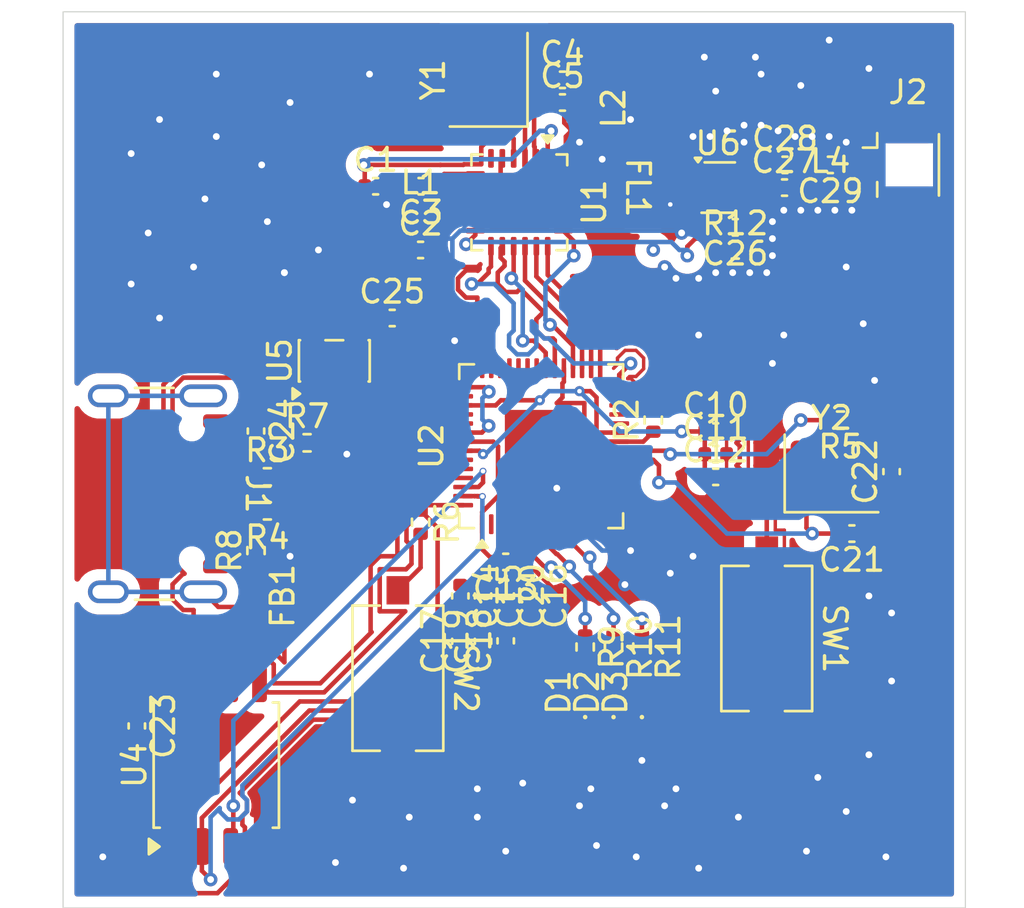
<source format=kicad_pcb>
(kicad_pcb (version 20241229) (generator "pcbnew") (generator_version "9.0")
  (layers (0 "F.Cu" signal) (4 "In1.Cu" signal) (6 "In2.Cu" signal) (2 "B.Cu" signal) (13 "F.Paste" user) (15 "B.Paste" user) (5 "F.SilkS" user "F.Silkscreen") (7 "B.SilkS" user "B.Silkscreen") (1 "F.Mask" user) (3 "B.Mask" user) (25 "Edge.Cuts" user))
  (net 0 "")
  (net 1 "Net-(J2-In)")
  (net 2 "+3.3V")
  (net 3 "Earth")
  (net 4 "Net-(U1-VREG)")
  (net 5 "/SX_VR_PA")
  (net 6 "+1V1")
  (net 7 "/XIN")
  (net 8 "Net-(C22-Pad2)")
  (net 9 "VBUS")
  (net 10 "Net-(D1-A)")
  (net 11 "Net-(D2-A)")
  (net 12 "Net-(D3-A)")
  (net 13 "Net-(J1-SHIELD)")
  (net 14 "/SX_RFI_P")
  (net 15 "/SX_RFI_N")
  (net 16 "/SX_RFO")
  (net 17 "/USB_DM")
  (net 20 "Net-(J1-CC1)")
  (net 21 "Net-(J1-CC2)")
  (net 22 "/USB_DP")
  (net 23 "Net-(U1-DCC_SW)")
  (net 24 "/SX_DIO2")
  (net 25 "/RUN")
  (net 26 "Net-(U2-USB_DM)")
  (net 27 "Net-(U2-USB_DP)")
  (net 28 "/XOUT")
  (net 29 "/SQPI_SS")
  (net 30 "Net-(R6-Pad2)")
  (net 31 "Net-(U2-GPIO2)")
  (net 32 "Net-(U2-GPIO4)")
  (net 33 "Net-(U2-GPIO7)")
  (net 34 "/SPI_MOSI")
  (net 35 "/SX_DIO3")
  (net 36 "/SX_NSS")
  (net 37 "/SX_XTB")
  (net 38 "/SX_XTA")
  (net 39 "/SX_BUSY")
  (net 40 "/SX_NRST")
  (net 41 "/SX_DIO1")
  (net 42 "/SPI_MISO")
  (net 43 "/SPI_CLK")
  (net 44 "/QSPI_SCLK")
  (net 51 "/QSPI_SD3")
  (net 55 "/QSPI_SD0")
  (net 60 "/QSPI_SD2")
  (net 67 "/QSPI_SD1")
  (net 73 "Net-(U6-CTRL)")
  (net 74 "Net-(U6-RFIN)")
  (net 75 "Net-(C27-Pad2)")
  (net 76 "Net-(FL1-SW_RFO)")
  (net 77 "Net-(FL1-SW_RFI)")
  (footprint "Capacitor_SMD:C_0402_1005Metric" (layer "F.Cu") (at 89.75 82.5)
    (property "Reference" "C10")
    (property "Value" "100nF")
  )
  (footprint "Capacitor_SMD:C_0402_1005Metric" (layer "F.Cu") (at 80.5 89.75 -90)
    (property "Reference" "C20")
    (property "Value" "100nF")
  )
  (footprint "Capacitor_SMD:C_0402_1005Metric" (layer "F.Cu") (at 78.5 91.75 90)
    (property "Reference" "C17")
    (property "Value" "100nF")
  )
  (footprint "Capacitor_SMD:C_0402_1005Metric" (layer "F.Cu") (at 69.5 82.48 -90)
    (property "Reference" "C24")
    (property "Value" "10uF")
  )
  (footprint "Package_TO_SOT_SMD:SOT-23-5" (layer "F.Cu") (at 72.95 79.3875 90)
    (property "Reference" "U5")
    (property "Value" "AP2112K-3.3")
  )
  (footprint "Package_DFN_QFN:QFN-24-1EP_4x4mm_P0.5mm_EP2.6x2.6mm" (layer "F.Cu") (at 81.1 72.4 -90)
    (property "Reference" "U1")
    (property "Value" "SX1262IMLTRT")
  )
  (footprint "Resistor_SMD:R_0402_1005Metric" (layer "F.Cu") (at 70 86 180)
    (property "Reference" "R4")
    (property "Value" "27,4")
  )
  (footprint "Inductor_SMD:L_0402_1005Metric" (layer "F.Cu") (at 69.5 89.75 -90)
    (property "Reference" "FB1")
    (property "Value" "BLM15AX102SN1D")
  )
  (footprint "Capacitor_SMD:C_0402_1005Metric" (layer "F.Cu") (at 97.5 84.27 90)
    (property "Reference" "C22")
    (property "Value" "15pF")
  )
  (footprint "Capacitor_SMD:C_0402_1005Metric" (layer "F.Cu") (at 79.5 89.75 -90)
    (property "Reference" "C15")
    (property "Value" "100nF")
  )
  (footprint "Capacitor_SMD:C_0402_1005Metric" (layer "F.Cu") (at 94.8025 70.75 180)
    (property "Reference" "C29")
    (property "Value" "3.3pF")
  )
  (footprint "Capacitor_SMD:C_0402_1005Metric" (layer "F.Cu") (at 81.5 89.75 -90)
    (property "Reference" "C16")
    (property "Value" "100nF")
  )
  (footprint "Capacitor_SMD:C_0402_1005Metric" (layer "F.Cu") (at 80.5 91.73 90)
    (property "Reference" "C18")
    (property "Value" "100nF")
  )
  (footprint "Capacitor_SMD:C_0402_1005Metric" (layer "F.Cu") (at 89.75 84.5)
    (property "Reference" "C12")
    (property "Value" "100nF")
  )
  (footprint "Resistor_SMD:R_0402_1005Metric" (layer "F.Cu") (at 95.25 82 180)
    (property "Reference" "R5")
    (property "Value" "1k")
  )
  (footprint "Crystal:Crystal_SMD_Abracon_ABM8G-4Pin_3.2x2.5mm" (layer "F.Cu") (at 94.85 84.35)
    (property "Reference" "Y2")
    (property "Value" "12MHz")
  )
  (footprint "Connector_Coaxial:U.FL_Hirose_U.FL-R-SMT-1_Vertical" (layer "F.Cu") (at 97.75 70.75)
    (property "Reference" "J2")
    (property "Value" "Conn_Coaxial")
  )
  (footprint "Capacitor_SMD:C_0402_1005Metric" (layer "F.Cu") (at 83 68)
    (property "Reference" "C5")
    (property "Value" "47nF")
  )
  (footprint "LED_SMD:LED_0402_1005Metric" (layer "F.Cu") (at 86.5 94 90)
    (property "Reference" "D3")
    (property "Value" "BLUE")
  )
  (footprint "Inductor_SMD:L_0402_1005Metric" (layer "F.Cu") (at 84.75 68.25 -90)
    (property "Reference" "L2")
    (property "Value" "47nH")
  )
  (footprint "Package_DFN_QFN:QFN-56-1EP_7x7mm_P0.4mm_EP3.2x3.2mm" (layer "F.Cu") (at 82.0625 83.15 90)
    (property "Reference" "U2")
    (property "Value" "RP2040")
  )
  (footprint "Button_Switch_SMD:SW_Tactile_SPST_NO_Straight_CK_PTS636Sx25SMTRLFS" (layer "F.Cu") (at 75.75 93.375 -90)
    (property "Reference" "SW2")
    (property "Value" "SQPI")
  )
  (footprint "Capacitor_SMD:C_0402_1005Metric" (layer "F.Cu") (at 75.5 77.5)
    (property "Reference" "C25")
    (property "Value" "10uF")
  )
  (footprint "LED_SMD:LED_0402_1005Metric" (layer "F.Cu") (at 84 94 90)
    (property "Reference" "D1")
    (property "Value" "GREEN")
  )
  (footprint "Resistor_SMD:R_0402_1005Metric" (layer "F.Cu") (at 87 82 90)
    (property "Reference" "R2")
    (property "Value" "10k")
  )
  (footprint "Capacitor_SMD:C_0402_1005Metric" (layer "F.Cu") (at 89.75 83.5)
    (property "Reference" "C11")
    (property "Value" "1uF")
  )
  (footprint "Capacitor_SMD:C_0402_1005Metric" (layer "F.Cu") (at 76.75 74.5)
    (property "Reference" "C2")
    (property "Value" "100nF")
  )
  (footprint "Button_Switch_SMD:SW_Tactile_SPST_NO_Straight_CK_PTS636Sx25SMTRLFS" (layer "F.Cu") (at 92 91.625 -90)
    (property "Reference" "SW1")
    (property "Value" "RESET")
  )
  (footprint "Capacitor_SMD:C_0402_1005Metric" (layer "F.Cu") (at 95.75 87 180)
    (property "Reference" "C21")
    (property "Value" "15pF")
  )
  (footprint "Package_TO_SOT_SMD:SOT-363_SC-70-6" (layer "F.Cu") (at 89.8625 71.75)
    (property "Reference" "U6")
    (property "Value" "PE4259")
  )
  (footprint "Capacitor_SMD:C_0402_1005Metric" (layer "F.Cu") (at 78.5 89.75 -90)
    (property "Reference" "C14")
    (property "Value" "100nF")
  )
  (footprint "Inductor_SMD:L_0402_1005Metric" (layer "F.Cu") (at 94.8025 71.75)
    (property "Reference" "L4")
    (property "Value" "9.1nH")
  )
  (footprint "LED_SMD:LED_0402_1005Metric" (layer "F.Cu") (at 85.25 94 90)
    (property "Reference" "D2")
    (property "Value" "RED")
  )
  (footprint "Capacitor_SMD:C_0402_1005Metric" (layer "F.Cu") (at 83 67)
    (property "Reference" "C4")
    (property "Value" "47pF")
  )
  (footprint "Resistor_SMD:R_0402_1005Metric" (layer "F.Cu") (at 69.5 87.75 90)
    (property "Reference" "R8")
    (property "Value" "5.1k")
  )
  (footprint "Resistor_SMD:R_0402_1005Metric" (layer "F.Cu") (at 86.5 92 -90)
    (property "Reference" "R11")
    (property "Value" "400")
  )
  (footprint "Capacitor_SMD:C_0402_1005Metric" (layer "F.Cu") (at 76.77 71.69 180)
    (property "Reference" "C3")
    (property "Value" "470nF")
  )
  (footprint "Capacitor_SMD:C_0402_1005Metric" (layer "F.Cu") (at 74.77 71.69)
    (property "Reference" "C1")
    (property "Value" "100nF")
  )
  (footprint "Crystal:Crystal_SMD_3225-4Pin_3.2x2.5mm" (layer "F.Cu") (at 79.75 67 90)
    (property "Reference" "Y1")
    (property "Value" "32MHz")
  )
  (footprint "Capacitor_SMD:C_0402_1005Metric" (layer "F.Cu") (at 79.5 91.75 90)
    (property "Reference" "C19")
    (property "Value" "100nF")
  )
  (footprint "jednakto:0900FM15K0039001E_JOT" (layer "F.Cu") (at 86.33 71.75 -90)
    (property "Reference" "FL1")
    (property "Value" "0900FM15K0039001E")
  )
  (footprint "Resistor_SMD:R_0402_1005Metric" (layer "F.Cu") (at 85.25 92 -90)
    (property "Reference" "R10")
    (property "Value" "400")
  )
  (footprint "Capacitor_SMD:C_0402_1005Metric" (layer "F.Cu") (at 64.25 95.48 -90)
    (property "Reference" "C23")
    (property "Value" "100nF")
  )
  (footprint "Connector_USB:USB_C_Receptacle_GCT_USB4105-xx-A_16P_TopMnt_Horizontal" (layer "F.Cu") (at 64.07 85.25 -90)
    (property "Reference" "J1")
    (property "Value" "USB_C_Receptacle_USB2.0_16P")
  )
  (footprint "Resistor_SMD:R_0402_1005Metric" (layer "F.Cu") (at 71.75 83)
    (property "Reference" "R7")
    (property "Value" "5.1k")
  )
  (footprint "Resistor_SMD:R_0402_1005Metric" (layer "F.Cu") (at 84 92 -90)
    (property "Reference" "R9")
    (property "Value" "400")
  )
  (footprint "Resistor_SMD:R_0402_1005Metric" (layer "F.Cu") (at 90.6125 74.5)
    (property "Reference" "R12")
    (property "Value" "100")
  )
  (footprint "Capacitor_SMD:C_0402_1005Metric" (layer "F.Cu") (at 92.8025 70.75)
    (property "Reference" "C28")
    (property "Value" "3.3pF")
  )
  (footprint "Resistor_SMD:R_0402_1005Metric" (layer "F.Cu") (at 70 84.5)
    (property "Reference" "R3")
    (property "Value" "27,4")
  )
  (footprint "Resistor_SMD:R_0402_1005Metric" (layer "F.Cu") (at 76.75 86.5 -90)
    (property "Reference" "R6")
    (property "Value" "1k")
  )
  (footprint "Package_SO:SOIC-8_5.3x5.3mm_P1.27mm" (layer "F.Cu") (at 67.75 97.20625 90)
    (property "Reference" "U4")
    (property "Value" "W25Q128JVS")
  )
  (footprint "Capacitor_SMD:C_0402_1005Metric" (layer "F.Cu") (at 90.6125 73.5 180)
    (property "Reference" "C26")
    (property "Value" "1nF")
  )
  (footprint "Capacitor_SMD:C_0402_1005Metric" (layer "F.Cu") (at 80.5 88.25 180)
    (property "Reference" "C13")
    (property "Value" "1uF")
  )
  (footprint "Capacitor_SMD:C_0402_1005Metric" (layer "F.Cu") (at 92.7825 71.75)
    (property "Reference" "C27")
    (property "Value" "39pF")
  )
  (footprint "Inductor_SMD:L_0402_1005Metric" (layer "F.Cu") (at 76.75 72.69)
    (property "Reference" "L1")
    (property "Value" "15uH")
  )
  (gr_rect (start 61 64) (end 100.75 103.5) (stroke (width 0.05)) (fill no) (layer "Edge.Cuts"))
  (segment (start 95.2825 71.745) (end 95.2875 71.75) (width 0.2) (layer "F.Cu") (net 1))
  (segment (start 95.2825 70.75) (end 95.2825 71.745) (width 0.2) (layer "F.Cu") (net 1))
  (segment (start 96.7 70.75) (end 95.2825 70.75) (width 0.2) (layer "F.Cu") (net 1))
  (segment (start 84.916726 83) (end 84.966726 82.95) (width 0.2) (layer "F.Cu") (net 2))
  (segment (start 79.1625 73.15) (end 78.58 73.15) (width 0.2) (layer "F.Cu") (net 2))
  (segment (start 81.501 65.21484) (end 81.501 65.499) (width 0.2) (layer "F.Cu") (net 2))
  (segment (start 74.29 70.79) (end 74.25 70.75) (width 0.2) (layer "F.Cu") (net 2))
  (segment (start 65.824 89.238215) (end 66.293215 88.769) (width 0.2) (layer "F.Cu") (net 2))
  (segment (start 66.75 92.51126) (end 66.75 90.371) (width 0.2) (layer "F.Cu") (net 2))
  (segment (start 79.1625 72.65) (end 78.6625 73.15) (width 0.2) (layer "F.Cu") (net 2))
  (segment (start 79.382928 75.132928) (end 79.265856 75.25) (width 0.2) (layer "F.Cu") (net 2))
  (segment (start 74.849 73.05655) (end 74.849 73.6461) (width 0.2) (layer "F.Cu") (net 2))
  (segment (start 79.764726 85.75) (end 80.463726 85.051) (width 0.2) (layer "F.Cu") (net 2))
  (segment (start 80.064798 69.749) (end 80.1 69.784202) (width 0.2) (layer "F.Cu") (net 2))
  (segment (start 71.25 79) (end 72 78.25) (width 0.2) (layer "F.Cu") (net 2))
  (segment (start 76.619 75.111) (end 77.23 74.5) (width 0.2) (layer "F.Cu") (net 2))
  (segment (start 84 84.875) (end 83.9635 84.8385) (width 0.2) (layer "F.Cu") (net 2))
  (segment (start 81.649 65.499) (end 81.649 64.899) (width 0.2) (layer "F.Cu") (net 2))
  (segment (start 87.911501 70.9339) (end 88.0115 70.833901) (width 0.2) (layer "F.Cu") (net 2))
  (segment (start 82.111 89.881) (end 81.5 89.27) (width 0.2) (layer "F.Cu") (net 2))
  (segment (start 77.6229 70.75) (end 77.6239 70.749) (width 0.2) (layer "F.Cu") (net 2))
  (segment (start 80.4319 69.749) (end 80.3339 69.651) (width 0.2) (layer "F.Cu") (net 2))
  (segment (start 80.1615 85.051) (end 80.1615 83.1615) (width 0.2) (layer "F.Cu") (net 2))
  (segment (start 77.598 66.6349) (end 77.999 66.2339) (width 0.2) (layer "F.Cu") (net 2))
  (segment (start 82.5 69.5) (end 82.5 69.25) (width 0.2) (layer "F.Cu") (net 2))
  (segment (start 73.875 76.375) (end 75.139 75.111) (width 0.2) (layer "F.Cu") (net 2))
  (segment (start 66.127115 79.728) (end 66.75 79.728) (width 0.2) (layer "F.Cu") (net 2))
  (segment (start 87.7613 70.571999) (end 87.7613 71.0113) (width 0.2) (layer "F.Cu") (net 2))
  (segment (start 77.999 65.21484) (end 78.31484 64.899) (width 0.2) (layer "F.Cu") (net 2))
  (segment (start 80.01484 64.899) (end 81.18516 64.899) (width 0.2) (layer "F.Cu") (net 2))
  (segment (start 79.4625 79.7125) (end 79.25 79.5) (width 0.2) (layer "F.Cu") (net 2))
  (segment (start 66.75 79.5) (end 66.25 79) (width 0.2) (layer "F.Cu") (net 2))
  (segment (start 66.538076 87.464) (end 66 86.925924) (width 0.2) (layer "F.Cu") (net 2))
  (segment (start 78.625 82.55) (end 78.625 82.95) (width 0.2) (layer "F.Cu") (net 2))
  (segment (start 79.5 89.27) (end 79.5 88.77) (width 0.2) (layer "F.Cu") (net 2))
  (segment (start 88.0115 70.83113) (end 88.24363 70.599) (width 0.2) (layer "F.Cu") (net 2))
  (segment (start 79.95 82.95) (end 78.625 82.95) (width 0.2) (layer "F.Cu") (net 2))
  (segment (start 79.4625 86.5875) (end 79.4625 87.6925) (width 0.2) (layer "F.Cu") (net 2))
  (segment (start 79.248943 75.399) (end 79.266422 75.416479) (width 0.2) (layer "F.Cu") (net 2))
  (segment (start 87.7613 71.0113) (end 87.837765 71.087765) (width 0.2) (layer "F.Cu") (net 2))
  (segment (start 78.6625 73.15) (end 78.58 73.15) (width 0.2) (layer "F.Cu") (net 2))
  (segment (start 66.75 90.371) (end 66.293215 90.371) (width 0.2) (layer "F.Cu") (net 2))
  (segment (start 78.635202 70.749) (end 78.660202 70.724) (width 0.2) (layer "F.Cu") (net 2))
  (segment (start 74.855 76.375) (end 73.875 76.375) (width 0.2) (layer "F.Cu") (net 2))
  (segment (start 72 78.25) (end 73.875 76.375) (width 0.2) (layer "F.Cu") (net 2))
  (segment (start 79.48516 64.899) (end 79.75 65.16384) (width 0.2) (layer "F.Cu") (net 2))
  (segment (start 78.399 76.248943) (end 78.399 75.751057) (width 0.2) (layer "F.Cu") (net 2))
  (segment (start 80.3339 69.651) (end 78.29774 69.651) (width 0.2) (layer "F.Cu") (net 2))
  (segment (start 79.424 69.960202) (end 79.635202 69.749) (width 0.2) (layer "F.Cu") (net 2))
  (segment (start 79.5 88.77) (end 80.02 88.25) (width 0.2) (layer "F.Cu") (net 2))
  (segment (start 79.75 65.16384) (end 80.01484 64.899) (width 0.2) (layer "F.Cu") (net 2))
  (segment (start 82.751 81.249) (end 83 81) (width 0.2) (layer "F.Cu") (net 2))
  (segment (start 81.5 89.27) (end 78.5 89.27) (width 0.2) (layer "F.Cu") (net 2))
  (segment (start 77.598 68.95126) (end 77.598 66.6349) (width 0.2) (layer "F.Cu") (net 2))
  (segment (start 66.75 79.728) (end 66.75 79.5) (width 0.2) (layer "F.Cu") (net 2))
  (segment (start 75.25 74.0471) (end 75.25 74.41755) (width 0.2) (layer "F.Cu") (net 2))
  (segment (start 79.266422 75.416479) (end 79.347 75.3359) (width 0.2) (layer "F.Cu") (net 2))
  (segment (start 78.751057 76.601) (end 78.399 76.248943) (width 0.2) (layer "F.Cu") (net 2))
  (segment (start 82.501057 85.601) (end 82.149 85.248943) (width 0.2) (layer "F.Cu") (net 2))
  (segment (start 80.48 92.23) (end 80.5 92.21) (width 0.2) (layer "F.Cu") (net 2))
  (segment (start 79.248943 76.601) (end 78.751057 76.601) (width 0.2) (layer "F.Cu") (net 2))
  (segment (start 84.05075 65.499) (end 86.401 67.84925) (width 0.2) (layer "F.Cu") (net 2))
  (segment (start 78.751057 75.399) (end 79.248943 75.399) (width 0.2) (layer "F.Cu") (net 2))
  (segment (start 80.463726 85.051) (end 80.1615 85.051) (width 0.2) (layer "F.Cu") (net 2))
  (segment (start 79.4625 86.5875) (end 79.4625 86.054226) (width 0.2) (layer "F.Cu") (net 2))
  (segment (start 65.845 93.61875) (end 64.46375 95) (width 0.2) (layer "F.Cu") (net 2))
  (segment (start 74.29 71.69) (end 74.29 70.79) (width 0.2) (layer "F.Cu") (net 2))
  (segment (start 65.824 89.901785) (end 65.824 89.238215) (width 0.2) (layer "F.Cu") (net 2))
  (segment (start 66.489 92.77226) (end 66.75 92.51126) (width 0.2) (layer "F.Cu") (net 2))
  (segment (start 86.601 68.501057) (end 86.601 68.7839) (width 0.2) (layer "F.Cu") (net 2))
  (segment (start 88.24363 70.599) (end 89.70637 70.599) (width 0.2) (layer "F.Cu") (net 2))
  (segment (start 66.394992 87.464) (end 66.538076 87.464) (width 0.2) (layer "F.Cu") (net 2))
  (segment (start 82.149 85.248943) (end 82.149 85.051) (width 0.2) (layer "F.Cu") (net 2))
  (segment (start 66.347992 88.769) (end 65.999 88.420008) (width 0.2) (layer "F.Cu") (net 2))
  (segment (start 85.5 82.95) (end 86.56 82.95) (width 0.2) (layer "F.Cu") (net 2))
  (segment (start 78.58 73.15) (end 77.23 74.5) (width 0.2) (layer "F.Cu") (net 2))
  (segment (start 66.241892 83.45) (end 65.423 82.631108) (width 0.2) (layer "F.Cu") (net 2))
  (segment (start 79.25 79.5) (end 79.25 76.599943) (width 0.2) (layer "F.Cu") (net 2))
  (segment (start 64.46375 95) (end 64.25 95) (width 0.2) (layer "F.Cu") (net 2))
  (segment (start 78.625 80.55) (end 79.556123 80.55) (width 0.2) (layer "F.Cu") (net 2))
  (segment (start 82.851 85.601) (end 82.501057 85.601) (width 0.2) (layer "F.Cu") (net 2))
  (segment (start 81.649 64.899) (end 82.249 65.499) (width 0.2) (layer "F.Cu") (net 2))
  (segment (start 79.764726 85.75) (end 79.4615 86.053226) (width 0.2) (layer "F.Cu") (net 2))
  (segment (start 84.7615 83) (end 84.7615 84.1135) (width 0.2) (layer "F.Cu") (net 2))
  (segment (start 66 83.45) (end 66.241892 83.45) (width 0.2) (layer "F.Cu") (net 2))
  (segment (start 89.9385 70.83113) (end 89.9385 71.1) (width 0.2) (layer "F.Cu") (net 2))
  (segment (start 80.135202 69.749) (end 80.4319 69.749) (width 0.2) (layer "F.Cu") (net 2))
  (segment (start 81.18516 64.899) (end 81.501 65.21484) (width 0.2) (layer "F.Cu") (net 2))
  (segment (start 79.556123 80.55) (end 79.756123 80.75) (width 0.2) (layer "F.Cu") (net 2))
  (segment (start 86.56 82.95) (end 87 82.51) (width 0.2) (layer "F.Cu") (net 2))
  (segment (start 79.347 75.168857) (end 79.382928 75.132928) (width 0.2) (layer "F.Cu") (net 2))
  (segment (start 78.399 75.751057) (end 78.751057 75.399) (width 0.2) (layer "F.Cu") (net 2))
  (segment (start 78.625 80.55) (end 78.625 80.95) (width 0.2) (layer "F.Cu") (net 2))
  (segment (start 77.999 66.2339) (end 77.999 65.21484) (width 0.2) (layer "F.Cu") (net 2))
  (segment (start 80.1615 83.1615) (end 79.95 82.95) (width 0.2) (layer "F.Cu") (net 2))
  (segment (start 75.25 74.41755) (end 75.94345 75.111) (width 0.2) (layer "F.Cu") (net 2))
  (segment (start 78.660202 70.724) (end 79.424 70.724) (width 0.2) (layer "F.Cu") (net 2))
  (segment (start 89.9385 71.1) (end 90.75 71.1) (width 0.2) (layer "F.Cu") (net 2))
  (segment (start 66.293215 88.769) (end 66.347992 88.769) (width 0.2) (layer "F.Cu") (net 2))
  (segment (start 74.29 71.69) (end 74.29 72.49755) (width 0.2) (layer "F.Cu") (net 2))
  (segment (start 79.424 70.724) (end 79.424 69.960202) (width 0.2) (layer "F.Cu") (net 2))
  (segment (start 78.29774 69.651) (end 77.598 68.95126) (width 0.2) (layer "F.Cu") (net 2))
  (segment (start 82.35 69.65) (end 82.5 69.5) (width 0.2) (layer "F.Cu") (net 2))
  (segment (start 86.401 67.84925) (end 86.401 68.301057) (width 0.2) (layer "F.Cu") (net 2))
  (segment (start 83.0625 86.5875) (end 83.0625 85.8125) (width 0.2) (layer "F.Cu") (net 2))
  (segment (start 66 86.925924) (end 66 83.45) (width 0.2) (layer "F.Cu") (net 2))
  (segment (start 79.635202 69.749) (end 80.064798 69.749) (width 0.2) (layer "F.Cu") (net 2))
  (segment (start 65.423 82.631108) (end 65.423 80.432115) (width 0.2) (layer "F.Cu") (net 2))
  (segment (start 89.70637 70.599) (end 89.9385 70.83113) (width 0.2) (layer "F.Cu") (net 2))
  (segment (start 83.0625 85.8125) (end 82.851 85.601) (width 0.2) (layer "F.Cu") (net 2))
  (segment (start 83 81) (end 83 80.375) (width 0.2) (layer "F.Cu") (net 2))
  (segment (start 78.5 92.23) (end 80.48 92.23) (width 0.2) (layer "F.Cu") (net 2))
  (segment (start 82.35 70.4625) (end 82.35 69.65) (width 0.2) (layer "F.Cu") (net 2))
  (segment (start 87.5184 70.571999) (end 87.7613 70.571999) (width 0.2) (layer "F.Cu") (net 2))
  (segment (start 75.139 75.111) (end 75.94345 75.111) (width 0.2) (layer "F.Cu") (net 2))
  (segment (start 87.837765 71.087765) (end 87.911501 71.014029) (width 0.2) (layer "F.Cu") (net 2))
  (segment (start 77.98 75.25) (end 77.23 74.5) (width 0.2) (layer "F.Cu") (net 2))
  (segment (start 75.98 77.5) (end 74.855 76.375) (width 0.2) (layer "F.Cu") (net 2))
  (segment (start 66.25 79) (end 71.25 79) (width 0.2) (layer "F.Cu") (net 2))
  (segment (start 79.4625 86.054226) (end 79.4615 86.053226) (width 0.2) (layer "F.Cu") (net 2))
  (segment (start 78.625 82.55) (end 79.45 82.55) (width 0.2) (layer "F.Cu") (net 2))
  (segment (start 75.94345 75.111) (end 76.619 75.111) (width 0.2) (layer "F.Cu") (net 2))
  (segment (start 87.5184 69.7013) (end 87.5184 70.571999) (width 0.2) (layer "F.Cu") (net 2))
  (segment (start 86.401 68.301057) (end 86.601 68.501057) (width 0.2) (layer "F.Cu") (net 2))
  (segment (start 83.9635 81.249) (end 82.751 81.249) (width 0.2) (layer "F.Cu") (net 2))
  (segment (start 84.7615 83) (end 84.916726 83) (width 0.2) (layer "F.Cu") (net 2))
  (segment (start 88.0115 70.833901) (end 88.0115 70.83113) (width 0.2) (layer "F.Cu") (net 2))
  (segment (start 83.9635 84.8385) (end 83.9635 81.249) (width 0.2) (layer "F.Cu") (net 2))
  (segment (start 83 80.375) (end 83.0625 80.3125) (width 0.2) (layer "F.Cu") (net 2))
  (segment (start 86.601 68.7839) (end 87.5184 69.7013) (width 0.2) (layer "F.Cu") (net 2))
  (segment (start 79.265856 75.25) (end 77.98 75.25) (width 0.2) (layer "F.Cu") (net 2))
  (segment (start 65.845 93.61875) (end 66.489 92.97475) (width 0.2) (layer "F.Cu") (net 2))
  (segment (start 79.25 76.599943) (end 79.248943 76.601) (width 0.2) (layer "F.Cu") (net 2))
  (segment (start 82.111 90.599) (end 82.111 89.881) (width 0.2) (layer "F.Cu") (net 2))
  (segment (start 83.0625 80.3125) (end 83.0625 79.7125) (width 0.2) (layer "F.Cu") (net 2))
  (segment (start 65.999 87.859992) (end 66.394992 87.464) (width 0.2) (layer "F.Cu") (net 2))
  (segment (start 79.45 82.55) (end 79.75 82.25) (width 0.2) (layer "F.Cu") (net 2))
  (segment (start 83.0625 85.8125) (end 84 84.875) (width 0.2) (layer "F.Cu") (net 2))
  (segment (start 74.25 70.75) (end 77.6229 70.75) (width 0.2) (layer "F.Cu") (net 2))
  (segment (start 82.249 65.499) (end 84.05075 65.499) (width 0.2) (layer "F.Cu") (net 2))
  (segment (start 74.29 72.49755) (end 74.849 73.05655) (width 0.2) (layer "F.Cu") (net 2))
  (segment (start 87.911501 71.014029) (end 87.911501 70.9339) (width 0.2) (layer "F.Cu") (net 2))
  (segment (start 77.6239 70.749) (end 78.635202 70.749) (width 0.2) (layer "F.Cu") (net 2))
  (segment (start 80.1 69.784202) (end 80.135202 69.749) (width 0.2) (layer "F.Cu") (net 2))
  (segment (start 74.849 73.6461) (end 75.25 74.0471) (width 0.2) (layer "F.Cu") (net 2))
  (segment (start 82.149 85.051) (end 80.463726 85.051) (width 0.2) (layer "F.Cu") (net 2))
  (segment (start 78.31484 64.899) (end 79.48516 64.899) (width 0.2) (layer "F.Cu") (net 2))
  (segment (start 79.347 75.3359) (end 79.347 75.168857) (width 0.2) (layer "F.Cu") (net 2))
  (segment (start 81.501 65.499) (end 81.649 65.499) (width 0.2) (layer "F.Cu") (net 2))
  (segment (start 84.966726 82.95) (end 85.5 82.95) (width 0.2) (layer "F.Cu") (net 2))
  (segment (start 79.4625 87.6925) (end 80.02 88.25) (width 0.2) (layer "F.Cu") (net 2))
  (segment (start 80.5 92.21) (end 82.111 90.599) (width 0.2) (layer "F.Cu") (net 2))
  (segment (start 66.489 92.97475) (end 66.489 92.77226) (width 0.2) (layer "F.Cu") (net 2))
  (segment (start 66.293215 90.371) (end 65.824 89.901785) (width 0.2) (layer "F.Cu") (net 2))
  (segment (start 65.423 80.432115) (end 66.127115 79.728) (width 0.2) (layer "F.Cu") (net 2))
  (segment (start 65.999 88.420008) (end 65.999 87.859992) (width 0.2) (layer "F.Cu") (net 2))
  (segment (start 79.4625 79.7125) (end 78.625 80.55) (width 0.2) (layer "F.Cu") (net 2))
  (segment (start 84.7615 84.1135) (end 84 84.875) (width 0.2) (layer "F.Cu") (net 2))
  (via (at 82.5 69.25) (size 0.6) (drill 0.3) (layers "F.Cu" "B.Cu") (net 2))
  (via (at 79.756123 80.75) (size 0.6) (drill 0.3) (layers "F.Cu" "B.Cu") (net 2))
  (via (at 79.75 82.25) (size 0.6) (drill 0.3) (layers "F.Cu" "B.Cu") (net 2))
  (via (at 74.25 70.75) (size 0.6) (drill 0.3) (layers "F.Cu" "B.Cu") (net 2))
  (segment (start 82 69.25) (end 80.75 70.5) (width 0.2) (layer "B.Cu") (net 2))
  (segment (start 80.75 70.5) (end 74.5 70.5) (width 0.2) (layer "B.Cu") (net 2))
  (segment (start 79.474 81.974) (end 79.474 81.032123) (width 0.2) (layer "B.Cu") (net 2))
  (segment (start 79.75 82.25) (end 79.474 81.974) (width 0.2) (layer "B.Cu") (net 2))
  (segment (start 79.628062 80.878061) (end 79.756123 80.75) (width 0.2) (layer "B.Cu") (net 2))
  (segment (start 82.5 69.25) (end 82 69.25) (width 0.2) (layer "B.Cu") (net 2))
  (segment (start 74.5 70.5) (end 74.25 70.75) (width 0.2) (layer "B.Cu") (net 2))
  (segment (start 79.474 81.032123) (end 79.628062 80.878061) (width 0.2) (layer "B.Cu") (net 2))
  (segment (start 74.240968 79.5615) (end 74.501 79.821532) (width 0.2) (layer "F.Cu") (net 3))
  (segment (start 98.225 72.225) (end 98.942836 72.225) (width 0.2) (layer "F.Cu") (net 3))
  (segment (start 79.6949 95.512) (end 81.8051 95.512) (width 0.2) (layer "F.Cu") (net 3))
  (segment (start 80.35 70.4625) (end 80.276 70.5365) (width 0.2) (layer "F.Cu") (net 3))
  (segment (start 66.42976 102.851) (end 67.80024 102.851) (width 0.2) (layer "F.Cu") (net 3))
  (segment (start 69.655 100.79375) (end 69.011 100.14975) (width 0.2) (layer "F.Cu") (net 3))
  (segment (start 90.1325 73.5) (end 88.5 73.5) (width 0.2) (layer "F.Cu") (net 3))
  (segment (start 94.3225 70.75) (end 93.2825 70.75) (width 0.2) (layer "F.Cu") (net 3))
  (segment (start 69.5 89.265) (end 69.5 88.26) (width 0.2) (layer "F.Cu") (net 3))
  (segment (start 86 68.75) (end 86 68.01535) (width 0.2) (layer "F.Cu") (net 3))
  (segment (start 64.25 95.96) (end 64.25 100.67124) (width 0.2) (layer "F.Cu") (net 3))
  (segment (start 86.2135 80.36358) (end 86.02392 80.174) (width 0.15) (layer "F.Cu") (net 3))
  (segment (start 86.5 94.485) (end 84 94.485) (width 0.2) (layer "F.Cu") (net 3))
  (segment (start 80.276 71.576) (end 81.1 72.4) (width 0.2) (layer "F.Cu") (net 3))
  (segment (start 77.8865 81.146774) (end 77.8865 80.753226) (width 0.2) (layer "F.Cu") (net 3))
  (segment (start 84.892601 73.15) (end 83.0375 73.15) (width 0.2) (layer "F.Cu") (net 3))
  (segment (start 83.48 67) (end 83.48 68) (width 0.2) (layer "F.Cu") (net 3))
  (segment (start 72.95 80.525) (end 72.95 80.170532) (width 0.2) (layer "F.Cu") (net 3))
  (segment (start 85.249999 70.999999) (end 84.75 70.5) (width 0.2) (layer "F.Cu") (net 3))
  (segment (start 78.5 90.23) (end 78.5 91.27) (width 0.2) (layer "F.Cu") (net 3))
  (segment (start 75.25 72.5) (end 75.25 71.69) (width 0.2) (layer "F.Cu") (net 3))
  (segment (start 77.75 92.41755) (end 77.75 92.02) (width 0.2) (layer "F.Cu") (net 3))
  (segment (start 85.424 79.261412) (end 85.424 79.544256) (width 0.15) (layer "F.Cu") (net 3))
  (segment (start 92.2825 69.75) (end 93.2825 70.75) (width 0.15) (layer "F.Cu") (net 3))
  (segment (start 80.5 91.25) (end 78.52 91.25) (width 0.2) (layer "F.Cu") (net 3))
  (segment (start 78.669 94.75) (end 78.669 94.85655) (width 0.2) (layer "F.Cu") (net 3))
  (segment (start 72.26 83) (end 73 83) (width 0.2) (layer "F.Cu") (net 3))
  (segment (start 81.85 70.4625) (end 81.85 71.65) (width 0.2) (layer "F.Cu") (net 3))
  (segment (start 69.76 88) (end 69.5 88.26) (width 0.2) (layer "F.Cu") (net 3))
  (segment (start 78.14345 92.811) (end 77.75 92.41755) (width 0.2) (layer "F.Cu") (net 3))
  (segment (start 83.515 94.485) (end 84 94.485) (width 0.2) (layer "F.Cu") (net 3))
  (segment (start 68.901 99.83726) (end 68.901 99.448943) (width 0.2) (layer "F.Cu") (net 3))
  (segment (start 77.8865 80.753226) (end 77.889726 80.75) (width 0.2) (layer "F.Cu") (net 3))
  (segment (start 82.2061 95.111) (end 82.57655 95.111) (width 0.2) (layer "F.Cu") (net 3))
  (segment (start 92.776 86.849) (end 92.376 86.849) (width 0.15) (layer "F.Cu") (net 3))
  (segment (start 92 95.5) (end 87.515 95.5) (width 0.2) (layer "F.Cu") (net 3))
  (segment (start 86.02392 80.174) (end 85.876 80.174) (width 0.15) (layer "F.Cu") (net 3))
  (segment (start 97.5 84.75) (end 96.4 84.75) (width 0.2) (layer "F.Cu") (net 3))
  (segment (start 83.88465 65.9) (end 80.6 65.9) (width 0.2) (layer "F.Cu") (net 3))
  (segment (start 88 72.2438) (end 87.75 72.4938) (width 0.15) (layer "F.Cu") (net 3))
  (segment (start 77.75 92.02) (end 78.5 91.27) (width 0.2) (layer "F.Cu") (net 3))
  (segment (start 90.313294 81.114) (end 87.528984 81.114) (width 0.15) (layer "F.Cu") (net 3))
  (segment (start 69.101 99.248943) (end 69.101 98.751057) (width 0.2) (layer "F.Cu") (net 3))
  (segment (start 76.27 74.5) (end 75.25 73.48) (width 0.2) (layer "F.Cu") (net 3))
  (segment (start 86.98 87.75) (end 90.23 84.5) (width 0.2) (layer "F.Cu") (net 3))
  (segment (start 79.1625 71.65) (end 80.35 71.65) (width 0.2) (layer "F.Cu") (net 3))
  (segment (start 78.9 68.1) (end 80.6 66.4) (width 0.2) (layer "F.Cu") (net 3))
  (segment (start 69.45 82.05) (end 69.5 82) (width 0.2) (layer "F.Cu") (net 3))
  (segment (start 90.23 84.5) (end 90.23 87.73) (width 0.15) (layer "F.Cu") (net 3))
  (segment (start 64.25 100.67124) (end 66.42976 102.851) (width 0.2) (layer "F.Cu") (net 3))
  (segment (start 75.75 97.25) (end 75.75 96.75) (width 0.2) (layer "F.Cu") (net 3))
  (segment (start 81.501 67.41484) (end 81.501 68.4339) (width 0.2) (layer "F.Cu") (net 3))
  (segment (start 80.6 66.4) (end 80.6 65.9) (width 0.2) (layer "F.Cu") (net 3))
  (segment (start 86.238588 80.076) (end 86.576 79.738588) (width 0.15) (layer "F.Cu") (net 3))
  (segment (start 90.23 87.73) (end 91.151 88.651) (width 0.15) (layer "F.Cu") (net 3))
  (segment (start 83.75 69.75) (end 83.75 69) (width 0.2) (layer "F.Cu") (net 3))
  (segment (start 72.729468 83) (end 73.729468 82) (width 0.2) (layer "F.Cu") (net 3))
  (segment (start 85.761412 78.924) (end 85.424 79.261412) (width 0.15) (layer "F.Cu") (net 3))
  (segment (start 77.889726 80.75) (end 77.8865 80.746774) (width 0.2) (layer "F.Cu") (net 3))
  (segment (start 95.7975 69.275) (end 94.3225 70.75) (width 0.2) (layer "F.Cu") (net 3))
  (segment (start 79.5 90.23) (end 78.5 90.23) (width 0.2) (layer "F.Cu") (net 3))
  (segment (start 87.75 72.4938) (end 87.123601 72.4938) (width 0.15) (layer "F.Cu") (net 3))
  (segment (start 85.5426 70.999999) (end 85.249999 70.999999) (width 0.2) (layer "F.Cu") (net 3))
  (segment (start 81.5 66.8) (end 81.5 67.41384) (width 0.2) (layer "F.Cu") (net 3))
  (segment (start 67.94 88.26) (end 67.75 88.45) (width 0.2) (layer "F.Cu") (net 3))
  (segment (start 80.83655 92.811) (end 78.14345 92.811) (width 0.2) (layer "F.Cu") (net 3))
  (segment (start 72.26 83) (end 72.729468 83) (width 0.2) (layer "F.Cu") (net 3))
  (segment (start 77.8865 80.746774) (end 77.8865 80.353226) (width 0.2) (layer "F.Cu") (net 3))
  (segment (start 85.75 87.75) (end 85 88.5) (width 0.2) (layer "F.Cu") (net 3))
  (segment (start 73.559032 79.5615) (end 74.240968 79.5615) (width 0.2) (layer "F.Cu") (net 3))
  (segment (start 99.325 69.275) (end 98.225 69.275) (width 0.2) (layer "F.Cu") (net 3))
  (segment (start 82.512 89.34445) (end 82.512 91.13555) (width 0.2) (layer "F.Cu") (net 3))
  (segment (start 69.5 82) (end 73.729468 82) (width 0.2) (layer "F.Cu") (net 3))
  (segment (start 73.703 95.203) (end 75.75 97.25) (width 0.2) (layer "F.Cu") (net 3))
  (segment (start 78.92345 95.111) (end 79.2939 95.111) (width 0.2) (layer "F.Cu") (net 3))
  (segment (start 88.5 73.5) (end 88.25 73.75) (width 0.2) (layer "F.Cu") (net 3))
  (segment (start 87.528984 81.114) (end 87.358984 80.944) (width 0.15) (layer "F.Cu") (net 3))
  (segment (start 80.98 88.25) (end 81.41755 88.25) (width 0.2) (layer "F.Cu") (net 3))
  (segment (start 87.1174 69.8674) (end 87.1174 70.999999) (width 0.2) (layer "F.Cu") (net 3))
  (segment (start 86.641016 80.944) (end 86.611016 80.974) (width 0.15) (layer "F.Cu") (net 3))
  (segment (start 85.5426 72.500001) (end 84.892601 73.15) (width 0.2) (layer "F.Cu") (net 3))
  (segment (start 92.376 86.094256) (end 91.187 84.905256) (width 0.15) (layer "F.Cu") (net 3))
  (segment (start 86 87.75) (end 86.98 87.75) (width 0.2) (layer "F.Cu") (net 3))
  (segment (start 85.876 80.155744) (end 85.955744 80.076) (width 0.15) (layer "F.Cu") (net 3))
  (segment (start 92.376 86.849) (end 92.376 86.094256) (width 0.15) (layer "F.Cu") (net 3))
  (segment (start 87.515 95.5) (end 86.5 94.485) (width 0.2) (layer "F.Cu") (net 3))
  (segment (start 88 72.177984) (end 88 72.2438) (width 0.15) (layer "F.Cu") (net 3))
  (segment (start 81.501 68.4339) (end 81.751 68.6839) (width 0.2) (layer "F.Cu") (net 3))
  (segment (start 90.53355 81.513) (end 90.53355 81.334256) (width 0.15) (layer "F.Cu") (net 3))
  (segment (start 96.23 85.48) (end 95.95 85.2) (width 0.2) (layer "F.Cu") (net 3))
  (segment (start 82.75 85) (end 82.0625 84.3125) (width 0.2) (layer "F.Cu") (net 3))
  (segment (start 69.655 100.99624) (end 69.655 100.79375) (width 0.2) (layer "F.Cu") (net 3))
  (segment (start 80.35 71.65) (end 81.1 72.4) (width 0.2) (layer "F.Cu") (net 3))
  (segment (start 67.75 82.05) (end 69.45 82.05) (width 0.2) (layer "F.Cu") (net 3))
  (segment (start 85.424 79.544256) (end 85.25 79.718256) (width 0.15) (layer "F.Cu") (net 3))
  (segment (start 86.576 79.738588) (end 86.576 79.261412) (width 0.15) (layer "F.Cu") (net 3))
  (segment (start 98.225 69.275) (end 95.7975 69.275) (width 0.2) (layer "F.Cu") (net 3))
  (segment (start 88.975 71.75) (end 88.427984 71.75) (width 0.15) (layer "F.Cu") (net 3))
  (segment (start 68.78355 98.433607) (end 72.014157 95.203) (width 0.2) (layer "F.Cu") (net 3))
  (segment (start 72.014157 95.203) (end 73.703 95.203) (width 0.2) (layer "F.Cu") (net 3))
  (segment (start 77.5839 81.349) (end 77.8865 81.349) (width 0.2) (layer "F.Cu") (net 3))
  (segment (start 87.1174 71.5) (end 87.1174 70.999999) (width 0.2) (layer "F.Cu") (net 3))
  (segment (start 90.712294 81.513) (end 90.53355 81.513) (width 0.15) (layer "F.Cu") (net 3))
  (segment (start 74.501 79.821532) (end 74.501 81.228468) (width 0.2) (layer "F.Cu") (net 3))
  (segment (start 78.090726 80.149) (end 78.25 80.149) (width 0.2) (layer "F.Cu") (net 3))
  (segment (start 95.95 85.2) (end 95.45 85.2) (width 0.2) (layer "F.Cu") (net 3))
  (segment (start 79.5 90.23) (end 81.5 90.23) (width 0.2) (layer "F.Cu") (net 3))
  (segment (start 73.729468 82) (end 73.5 82) (width 0.2) (layer "F.Cu") (net 3))
  (segment (start 87.123601 72.4938) (end 87.1174 72.500001) (width 0.15) (layer "F.Cu") (net 3))
  (segment (start 82.9635 73.224) (end 81.924 73.224) (width 0.2) (layer "F.Cu") (net 3))
  (segment (start 77.8865 81.153226) (end 77.889726 81.15) (width 0.2) (layer "F.Cu") (net 3))
  (segment (start 86 68.01535) (end 83.88465 65.9) (width 0.2) (layer "F.Cu") (net 3))
  (segment (start 80.6 65.9) (end 81.5 66.8) (width 0.2) (layer "F.Cu") (net 3))
  (segment (start 84.39755 89.25) (end 85.75 89.25) (width 0.2) (layer "F.Cu") (net 3))
  (segment (start 90.53355 81.334256) (end 90.313294 81.114) (width 0.15) (layer "F.Cu") (net 3))
  (segment (start 98.942836 72.225) (end 99.426 71.741836) (width 0.2) (layer "F.Cu") (net 3))
  (segment (start 81.776 70.3885) (end 81.85 70.4625) (width 0.2) (layer "F.Cu") (net 3))
  (segment (start 67.80024 102.851) (end 69.655 100.99624) (width 0.2) (layer "F.Cu") (net 3))
  (segment (start 69.011 100.14975) (end 69.011 99.94726) (width 0.2) (layer "F.Cu") (net 3))
  (segment (start 81.85 71.65) (end 81.1 72.4) (width 0.2) (layer "F.Cu") (net 3))
  (segment (start 83.0375 73.15) (end 82.9635 73.224) (width 0.2) (layer "F.Cu") (net 3))
  (segment (start 91.187 84.905256) (end 91.187 81.987706) (width 0.15) (layer "F.Cu") (net 3))
  (segment (start 99.426 71.741836) (end 99.426 69.376) (width 0.2) (layer "F.Cu") (net 3))
  (segment (start 81.5 67.41384) (end 81.501 67.41484) (width 0.2) (layer "F.Cu") (net 3))
  (segment (start 75.25 73.48) (end 75.25 72.5) (width 0.2) (layer "F.Cu") (net 3))
  (segment (start 77.889726 81.15) (end 77.8865 81.146774) (width 0.2) (layer "F.Cu") (net 3))
  (segment (start 92.776 88.651) (end 92.776 86.849) (width 0.15) (layer "F.Cu") (net 3))
  (segment (start 91 69.75) (end 92.2825 69.75) (width 0.15) (layer "F.Cu") (net 3))
  (segment (start 81.41755 88.25) (end 82.512 89.34445) (width 0.2) (layer "F.Cu") (net 3))
  (segment (start 73.729468 82) (end 76.9329 82) (width 0.2) (layer "F.Cu") (net 3))
  (segment (start 83.48 68) (end 83.48 68.73) (width 0.2) (layer "F.Cu") (net 3))
  (segment (start 79.25 90.02) (end 79.27 90) (width 0.2) (layer "F.Cu") (net 3))
  (segment (start 77.8865 80.353226) (end 78.090726 80.149) (width 0.2) (layer "F.Cu") (net 3))
  (segment (start 85.876 80.174) (end 85.876 80.155744) (width 0.15) (layer "F.Cu") (net 3))
  (segment (start 82.831 94.75) (end 83.25 94.75) (width 0.2) (layer "F.Cu") (net 3))
  (segment (start 96.23 87) (end 96.23 85.48) (width 0.2) (layer "F.Cu") (net 3))
  (segment (start 81.8051 95.512) (end 82.2061 95.111) (width 0.2) (layer "F.Cu") (net 3))
  (segment (start 91.187 81.987706) (end 90.712294 81.513) (width 0.15) (layer "F.Cu") (net 3))
  (segment (start 76.29 71.69) (end 75.25 71.69) (width 0.2) (layer "F.Cu") (net 3))
  (segment (start 78.25 80.149) (end 78.25 78.5) (width 0.2) (layer "F.Cu") (net 3))
  (segment (start 90.23 84.5) (end 90.23 82.5) (width 0.15) (layer "F.Cu") (net 3))
  (segment (start 86.19992 80.75) (end 86.2135 80.73642) (width 0.15) (layer "F.Cu") (net 3))
  (segment (start 87.358984 80.944) (end 86.641016 80.944) (width 0.15) (layer "F.Cu") (net 3))
  (segment (start 76.9329 82) (end 77.5839 81.349) (width 0.2) (layer "F.Cu") (net 3))
  (segment (start 85 88.5) (end 85.75 89.25) (width 0.2) (layer "F.Cu") (net 3))
  (segment (start 75.02 78.782468) (end 74.240968 79.5615) (width 0.2) (layer "F.Cu") (net 3))
  (segment (start 69.101 98.751057) (end 68.78355 98.433607) (width 0.2) (layer "F.Cu") (net 3))
  (segment (start 91.151 88.651) (end 92.776 88.651) (width 0.15) (layer "F.Cu") (net 3))
  (segment (start 68.901 99.448943) (end 69.101 99.248943) (width 0.2) (layer "F.Cu") (net 3))
  (segment (start 81.751 69.935202) (end 81.776 69.960202) (width 0.2) (layer "F.Cu") (net 3))
  (segment (start 86.576 79.261412) (end 86.238588 78.924) (width 0.15) (layer "F.Cu") (net 3))
  (segment (start 82.831 94.85655) (end 82.831 94.75) (width 0.2) (layer "F.Cu") (net 3))
  (segment (start 73 83) (end 73.5 83.5) (width 0.2) (layer "F.Cu") (net 3))
  (segment (start 86.2135 80.974) (end 86.2135 80.76358) (width 0.15) (layer "F.Cu") (net 3))
  (segment (start 95.45 85.2) (end 93.75 83.5) (width 0.2) (layer "F.Cu") (net 3))
  (segment (start 86.238588 78.924) (end 85.761412 78.924) (width 0.15) (layer "F.Cu") (net 3))
  (segment (start 96.4 84.75) (end 95.95 85.2) (width 0.2) (layer "F.Cu") (net 3))
  (segment (start 81.924 73.224) (end 81.1 72.4) (width 0.2) (layer "F.Cu") (net 3))
  (segment (start 86.2135 80.76358) (end 86.19992 80.75) (width 0.15) (layer "F.Cu") (net 3))
  (segment (start 82.512 91.13555) (end 80.83655 92.811) (width 0.2) (layer "F.Cu") (net 3))
  (segment (start 88.427984 71.75) (end 88 72.177984) (width 0.15) (layer "F.Cu") (net 3))
  (segment (start 78.52 91.25) (end 78.5 91.27) (width 0.2) (layer "F.Cu") (net 3))
  (segment (start 86.611016 80.974) (end 86.2135 80.974) (width 0.15) (layer "F.Cu") (net 3))
  (segment (start 78.669 94.85655) (end 78.92345 95.111) (width 0.2) (layer "F.Cu") (net 3))
  (segment (start 82.57655 95.111) (end 82.831 94.85655) (width 0.2) (layer "F.Cu") (net 3))
  (segment (start 74.501 81.228468) (end 73.729468 82) (width 0.2) (layer "F.Cu") (net 3))
  (segment (start 81.776 69.960202) (end 81.776 70.3885) (width 0.2) (layer "F.Cu") (net 3))
  (segment (start 71 88) (end 69.76 88) (width 0.2) (layer "F.Cu") (net 3))
  (segment (start 86 87.75) (end 85.75 87.75) (width 0.2) (layer "F.Cu") (net 3))
  (segment (start 85.955744 80.076) (end 86.238588 80.076) (width 0.15) (layer "F.Cu") (net 3))
  (segment (start 83.25 94.75) (end 83.515 94.485) (width 0.2) (layer "F.Cu") (net 3))
  (segment (start 75.75 96.75) (end 77.75 94.75) (width 0.2) (layer "F.Cu") (net 3))
  (segment (start 79.2939 95.111) (end 79.6949 95.512) (width 0.2) (layer "F.Cu") (net 3))
  (segment (start 81.751 68.6839) (end 81.751 69.935202) (width 0.2) (layer "F.Cu") (net 3))
  (segment (start 72.95 80.170532) (end 73.559032 79.5615) (width 0.2) (layer "F.Cu") (net 3))
  (segment (start 99.426 69.376) (end 99.325 69.275) (width 0.2) (layer "F.Cu") (net 3))
  (segment (start 75.02 77.5) (end 75.02 78.782468) (width 0.2) (layer "F.Cu") (net 3))
  (segment (start 92.6069 83.5) (end 91.212 84.8949) (width 0.2) (layer "F.Cu") (net 3))
  (segment (start 83.48 68.73) (end 83.75 69) (width 0.2) (layer "F.Cu") (net 3))
  (segment (start 80.276 70.5365) (end 80.276 71.576) (width 0.2) (layer "F.Cu") (net 3))
  (segment (start 69.011 99.94726) (end 68.901 99.83726) (width 0.2) (layer "F.Cu") (net 3))
  (segment (start 93.75 83.5) (end 92.6069 83.5) (width 0.2) (layer "F.Cu") (net 3))
  (segment (start 69.5 88.26) (end 67.94 88.26) (width 0.2) (layer "F.Cu") (net 3))
  (segment (start 77.8865 81.349) (end 77.8865 81.153226) (width 0.2) (layer "F.Cu") (net 3))
  (segment (start 82.512 91.13555) (end 84.39755 89.25) (width 0.2) (layer "F.Cu") (net 3))
  (segment (start 82.0625 84.3125) (end 82.0625 83.15) (width 0.2) (layer "F.Cu") (net 3))
  (segment (start 88.975 71.75) (end 89.55737 71.75) (width 0.15) (layer "F.Cu") (net 3))
  (segment (start 86 68.75) (end 87.1174 69.8674) (width 0.2) (layer "F.Cu") (net 3))
  (segment (start 77.75 94.75) (end 78.669 94.75) (width 0.2) (layer "F.Cu") (net 3))
  (segment (start 86.2135 80.73642) (end 86.2135 80.36358) (width 0.15) (layer "F.Cu") (net 3))
  (via (at 88.25 73.75) (size 0.6) (drill 0.3) (layers "F.Cu" "B.Cu") (net 3))
  (via (at 95 72.75) (size 0.6) (drill 0.3) (layers "F.Cu" "B.Cu") (net 3))
  (via (at 86.25 101.25) (size 0.6) (drill 0.3) (layers "F.Cu" "B.Cu") (net 3))
  (via (at 87.5 99) (size 0.6) (drill 0.3) (layers "F.Cu" "B.Cu") (net 3))
  (via (at 87.5 75.25) (size 0.6) (drill 0.3) (layers "F.Cu" "B.Cu") (net 3))
  (via (at 92.25 73.25) (size 0.6) (drill 0.3) (layers "F.Cu" "B.Cu") (net 3))
  (via (at 73.75 98.75) (size 0.6) (drill 0.3) (layers "F.Cu" "B.Cu") (net 3))
  (via (at 72.25 74.5) (size 0.6) (drill 0.3) (layers "F.Cu" "B.Cu") (net 3))
  (via (at 92.75 78.25) (size 0.6) (drill 0.3) (layers "F.Cu" "B.Cu") (net 3))
  (via (at 80.5 101) (size 0.6) (drill 0.3) (layers "F.Cu" "B.Cu") (net 3))
  (via (at 71 68) (size 0.6) (drill 0.3) (layers "F.Cu" "B.Cu") (net 3))
  (via (at 81.25 98) (size 0.6) (drill 0.3) (layers "F.Cu" "B.Cu") (net 3))
  (via (at 85.75 89.25) (size 0.6) (drill 0.3) (layers "F.Cu" "B.Cu") (net 3))
  (via (at 67.25 72.25) (size 0.6) (drill 0.3) (layers "F.Cu" "B.Cu") (net 3))
  (via (at 84.25 98.25) (size 0.6) (drill 0.3) (layers "F.Cu" "B.Cu") (net 3))
  (via (at 97.5 93.5) (size 0.6) (drill 0.3) (layers "F.Cu" "B.Cu") (net 3))
  (via (at 97.5 90.5) (size 0.6) (drill 0.3) (layers "F.Cu" "B.Cu") (net 3))
  (via (at 92.25 74.75) (size 0.6) (drill 0.3) (layers "F.Cu" "B.Cu") (net 3))
  (via (at 88.75 69.5) (size 0.6) (drill 0.3) (layers "F.Cu" "B.Cu") (net 3))
  (via (at 91.25 75.5) (size 0.6) (drill 0.3) (layers "F.Cu" "B.Cu") (net 3))
  (via (at 93.5 72.75) (size 0.6) (drill 0.3) (layers "F.Cu" "B.Cu") (net 3))
  (via (at 64.75 73.75) (size 0.6) (drill 0.3) (layers "F.Cu" "B.Cu") (net 3))
  (via (at 87.75 88.75) (size 0.6) (drill 0.3) (layers "F.Cu" "B.Cu") (net 3))
  (via (at 65.25 77.5) (size 0.6) (drill 0.3) (layers "F.Cu" "B.Cu") (net 3))
  (via (at 78.25 78.5) (size 0.6) (drill 0.3) (layers "F.Cu" "B.Cu") (net 3))
  (via (at 91.5 66) (size 0.6) (drill 0.3) (layers "F.Cu" "B.Cu") (net 3))
  (via (at 89 75.75) (size 0.6) (drill 0.3) (layers "F.Cu" "B.Cu") (net 3))
  (via (at 67.75 69.5) (size 0.6) (drill 0.3) (layers "F.Cu" "B.Cu") (net 3))
  (via (at 94.75 69.5) (size 0.6) (drill 0.3) (layers "F.Cu" "B.Cu") (net 3))
  (via (at 93.25 69.5) (size 0.6) (drill 0.3) (layers "F.Cu" "B.Cu") (net 3))
  (via (at 79.25 99.5) (size 0.6) (drill 0.3) (layers "F.Cu" "B.Cu") (net 3))
  (via (at 92.25 74) (size 0.6) (drill 0.3) (layers "F.Cu" "B.Cu") (net 3))
  (via (at 75.25 72.5) (size 0.6) (drill 0.3) (layers "F.Cu" "B.Cu") (net 3))
  (via (at 95.75 72.75) (size 0.6) (drill 0.3) (layers "F.Cu" "B.Cu") (net 3))
  (via (at 91.75 66.75) (size 0.6) (drill 0.3) (layers "F.Cu" "B.Cu") (net 3))
  (via (at 64 70.25) (size 0.6) (drill 0.3) (layers "F.Cu" "B.Cu") (net 3))
  (via (at 89 101.75) (size 0.6) (drill 0.3) (layers "F.Cu" "B.Cu") (net 3))
  (via (at 73 101.5) (size 0.6) (drill 0.3) (layers "F.Cu" "B.Cu") (net 3))
  (via (at 89.75 75.5) (size 0.6) (drill 0.3) (layers "F.Cu" "B.Cu") (net 3))
  (via (at 91.75 69) (size 0.6) (drill 0.3) (layers "F.Cu" "B.Cu") (net 3))
  (via (at 92 75.5) (size 0.6) (drill 0.3) (layers "F.Cu" "B.Cu") (net 3))
  (via (at 96.5 66.5) (size 0.6) (drill 0.3) (layers "F.Cu" "B.Cu") (net 3))
  (via (at 89 78.25) (size 0.6) (drill 0.3) (layers "F.Cu" "B.Cu") (net 3))
  (via (at 96.25 77.75) (size 0.6) (drill 0.3) (layers "F.Cu" "B.Cu") (net 3))
  (via (at 70 73.25) (size 0.6) (drill 0.3) (layers "F.Cu" "B.Cu") (net 3))
  (via (at 96.75 80.25) (size 0.6) (drill 0.3) (layers "F.Cu" "B.Cu") (net 3))
  (via (at 91 69.75) (size 0.6) (drill 0.3) (layers "F.Cu" "B.Cu") (net 3))
  (via (at 93.75 101) (size 0.6) (drill 0.3) (layers "F.Cu" "B.Cu") (net 3))
  (via (at 89.5 69.5) (size 0.6) (drill 0.3) (layers "F.Cu" "B.Cu") (net 3))
  (via (at 88 98.25) (size 0.6) (drill 0.3) (layers "F.Cu" "B.Cu") (net 3))
  (via (at 95.5 75.25) (size 0.6) (drill 0.3) (layers "F.Cu" "B.Cu") (net 3))
  (via (at 88 75.75) (size 0.6) (drill 0.3) (layers "F.Cu" "B.Cu") (net 3))
  (via (at 73.5 83.5) (size 0.6) (drill 0.3) (layers "F.Cu" "B.Cu") (net 3))
  (via (at 62.75 101.25) (size 0.6) (drill 0.3) (layers "F.Cu" "B.Cu") (net 3))
  (via (at 96.5 96.75) (size 0.6) (drill 0.3) (layers "F.Cu" "B.Cu") (net 3))
  (via (at 89.75 67.5) (size 0.6) (drill 0.3) (layers "F.Cu" "B.Cu") (net 3))
  (via (at 90.75 99.5) (size 0.6) (drill 0.3) (layers "F.Cu" "B.Cu") (net 3))
  (via (at 95.5 69.75) (size 0.6) (drill 0.3) (layers "F.Cu" "B.Cu") (net 3))
  (via (at 94 69.5) (size 0.6) (drill 0.3) (layers "F.Cu" "B.Cu") (net 3))
  (via (at 92.5 69.25) (size 0.6) (drill 0.3) (layers "F.Cu" "B.Cu") (net 3))
  (via (at 66.75 75.25) (size 0.6) (drill 0.3) (layers "F.Cu" "B.Cu") (net 3))
  (via (at 94.25 72.75) (size 0.6) (drill 0.3) (layers "F.Cu" "B.Cu") (net 3))
  (via (at 84.75 70.5) (size 0.6) (drill 0.3) (layers "F.Cu" "B.Cu") (net 3))
  (via (at 97.25 101.25) (size 0.6) (drill 0.3) (layers "F.Cu" "B.Cu") (net 3))
  (via (at 69.75 70.75) (size 0.6) (drill 0.3) (layers "F.Cu" "B.Cu") (net 3))
  (via (at 87.75 72.4938) (size 0.3) (drill 0.2) (layers "F.Cu" "B.Cu") (net 3))
  (via (at 86 87.75) (size 0.6) (drill 0.3) (layers "F.Cu" "B.Cu") (net 3))
  (via (at 76.25 99.5) (size 0.6) (drill 0.3) (layers "F.Cu" "B.Cu") (net 3))
  (via (at 89.25 66) (size 0.6) (drill 0.3) (layers "F.Cu" "B.Cu") (net 3))
  (via (at 84.5 100.75) (size 0.6) (drill 0.3) (layers "F.Cu" "B.Cu") (net 3))
  (via (at 83.75 69.75) (size 0.6) (drill 0.3) (layers "F.Cu" "B.Cu") (net 3))
  (via (at 92.25 79.5) (size 0.6) (drill 0.3) (layers "F.Cu" "B.Cu") (net 3))
  (via (at 65.25 68.75) (size 0.6) (drill 0.3) (layers "F.Cu" "B.Cu") (net 3))
  (via (at 94.75 65.25) (size 0.6) (drill 0.3) (layers "F.Cu" "B.Cu") (net 3))
  (via (at 93.5 67.25) (size 0.6) (drill 0.3) (layers "F.Cu" "B.Cu") (net 3))
  (via (at 71 88) (size 0.6) (drill 0.3) (layers "F.Cu" "B.Cu") (net 3))
  (via (at 90.5 75.5) (size 0.6) (drill 0.3) (layers "F.Cu" "B.Cu") (net 3))
  (via (at 67.75 66.75) (size 0.6) (drill 0.3) (layers "F.Cu" "B.Cu") (net 3))
  (via (at 91 69) (size 0.6) (drill 0.3) (layers "F.Cu" "B.Cu") (net 3))
  (via (at 96.5 89.75) (size 0.6) (drill 0.3) (layers "F.Cu" "B.Cu") (net 3))
  (via (at 74.5 66.75) (size 0.6) (drill 0.3) (layers "F.Cu" "B.Cu") (net 3))
  (via (at 70.75 75.5) (size 0.6) (drill 0.3) (layers "F.Cu" "B.Cu") (net 3))
  (via (at 90.25 69.25) (size 0.6) (drill 0.3) (layers "F.Cu" "B.Cu") (net 3))
  (via (at 79.25 98.25) (size 0.6) (drill 0.3) (layers "F.Cu" "B.Cu") (net 3))
  (via (at 76 101.75) (size 0.6) (drill 0.3) (layers "F.Cu" "B.Cu") (net 3))
  (via (at 94.25 97.75) (size 0.6) (drill 0.3) (layers "F.Cu" "B.Cu") (net 3))
  (via (at 92.75 72.75) (size 0.6) (drill 0.3) (layers "F.Cu" "B.Cu") (net 3))
  (via (at 64 76) (size 0.6) (drill 0.3) (layers "F.Cu" "B.Cu") (net 3))
  (via (at 70.75 75.5) (size 0.6) (drill 0.3) (layers "F.Cu" "B.Cu") (net 3))
  (via (at 86 68.75) (size 0.6) (drill 0.3) (layers "F.Cu" "B.Cu") (net 3))
  (via (at 88.75 88) (size 0.6) (drill 0.3) (layers "F.Cu" "B.Cu") (net 3))
  (via (at 95.5 99.25) (size 0.6) (drill 0.3) (layers "F.Cu" "B.Cu") (net 3))
  (via (at 82.75 85) (size 0.6) (drill 0.3) (layers "F.Cu" "B.Cu") (net 3))
  (via (at 86.5 97) (size 0.6) (drill 0.3) (layers "F.Cu" "B.Cu") (net 3))
  (via (at 83.75 99) (size 0.6) (drill 0.3) (layers "F.Cu" "B.Cu") (net 3))
  (segment (start 76.751057 74.001057) (end 78.149 74.001057) (width 0.2) (layer "B.Cu") (net 3))
  (segment (start 73.5 83.5) (end 71 86) (width 0.2) (layer "B.Cu") (net 3))
  (segment (start 78.25 78.5) (end 78.149 78.399) (width 0.2) (layer "B.Cu") (net 3))
  (segment (start 88.149 73.649) (end 88.25 73.75) (width 0.2) (layer "B.Cu") (net 3))
  (segment (start 78.501057 73.649) (end 88.149 73.649) (width 0.2) (layer "B.Cu") (net 3))
  (segment (start 88.25 72.5) (end 91 69.75) (width 0.15) (layer "B.Cu") (net 3))
  (segment (start 81.185412 71) (end 78.174 74.011412) (width 0.15) (layer "B.Cu") (net 3))
  (segment (start 85.75 69.5) (end 85.75 69) (width 0.2) (layer "B.Cu") (net 3))
  (segment (start 88.25 73.75) (end 88.25 72.5) (width 0.15) (layer "B.Cu") (net 3))
  (segment (start 78.149 74.001057) (end 78.501057 73.649) (width 0.2) (layer "B.Cu") (net 3))
  (segment (start 84.75 87.75) (end 86 87.75) (width 0.2) (layer "B.Cu") (net 3))
  (segment (start 84.75 70.5) (end 85.75 69.5) (width 0.2) (layer "B.Cu") (net 3))
  (segment (start 89.75 71) (end 81.185412 71) (width 0.15) (layer "B.Cu") (net 3))
  (segment (start 88.25 72.9938) (end 88.25 73.75) (width 0.15) (layer "B.Cu") (net 3))
  (segment (start 71 86) (end 71 88) (width 0.2) (layer "B.Cu") (net 3))
  (segment (start 84 69.75) (end 84.75 70.5) (width 0.2) (layer "B.Cu") (net 3))
  (segment (start 82.75 85) (end 82.75 85.75) (width 0.2) (layer "B.Cu") (net 3))
  (segment (start 82.5 71) (end 83.75 69.75) (width 0.15) (layer "B.Cu") (net 3))
  (segment (start 78.149 78.399) (end 78.149 74.001057) (width 0.2) (layer "B.Cu") (net 3))
  (segment (start 91 69.75) (end 89.75 71) (width 0.15) (layer "B.Cu") (net 3))
  (segment (start 83.75 69.75) (end 84 69.75) (width 0.2) (layer "B.Cu") (net 3))
  (segment (start 82.75 85.75) (end 84.75 87.75) (width 0.2) (layer "B.Cu") (net 3))
  (segment (start 85.75 69) (end 86 68.75) (width 0.2) (layer "B.Cu") (net 3))
  (segment (start 75.25 72.5) (end 76.751057 74.001057) (width 0.2) (layer "B.Cu") (net 3))
  (segment (start 78.174 74.011412) (end 78.174 78.424) (width 0.15) (layer "B.Cu") (net 3))
  (segment (start 78.174 78.424) (end 78.25 78.5) (width 0.15) (layer "B.Cu") (net 3))
  (segment (start 81.185412 71) (end 82.5 71) (width 0.15) (layer "B.Cu") (net 3))
  (segment (start 87.75 72.4938) (end 88.25 72.9938) (width 0.15) (layer "B.Cu") (net 3))
  (segment (start 77.79 71.15) (end 79.1625 71.15) (width 0.2) (layer "F.Cu") (net 4))
  (segment (start 77.235 71.705) (end 77.25 71.69) (width 0.2) (layer "F.Cu") (net 4))
  (segment (start 77.235 72.69) (end 77.235 71.705) (width 0.2) (layer "F.Cu") (net 4))
  (segment (start 77.25 71.69) (end 77.79 71.15) (width 0.2) (layer "F.Cu") (net 4))
  (segment (start 83.149 69.501057) (end 83.149 69.998943) (width 0.2) (layer "F.Cu") (net 5))
  (segment (start 84.75 67.765) (end 84.75 67.33245) (width 0.2) (layer "F.Cu") (net 5))
  (segment (start 83.079 68.559) (end 83.079 68.8961) (width 0.2) (layer "F.Cu") (net 5))
  (segment (start 84.75 67.33245) (end 83.80655 66.389) (width 0.2) (layer "F.Cu") (net 5))
  (segment (start 83.079 68.8961) (end 83.349 69.1661) (width 0.2) (layer "F.Cu") (net 5))
  (segment (start 83.349 69.1661) (end 83.349 69.301057) (width 0.2) (layer "F.Cu") (net 5))
  (segment (start 83.80655 66.389) (end 83.131 66.389) (width 0.2) (layer "F.Cu") (net 5))
  (segment (start 83.5 70.349943) (end 83.5 70.6875) (width 0.2) (layer "F.Cu") (net 5))
  (segment (start 82.52 68) (end 82.52 67) (width 0.2) (layer "F.Cu") (net 5))
  (segment (start 83.149 69.998943) (end 83.5 70.349943) (width 0.2) (layer "F.Cu") (net 5))
  (segment (start 82.52 68) (end 83.079 68.559) (width 0.2) (layer "F.Cu") (net 5))
  (segment (start 83.5 70.6875) (end 83.0375 71.15) (width 0.2) (layer "F.Cu") (net 5))
  (segment (start 83.131 66.389) (end 82.52 67) (width 0.2) (layer "F.Cu") (net 5))
  (segment (start 83.349 69.301057) (end 83.149 69.501057) (width 0.2) (layer "F.Cu") (net 5))
  (segment (start 83.75 80.724) (end 83.75 80.75) (width 0.2) (layer "F.Cu") (net 6))
  (segment (start 85.5 82.55) (end 84.55 82.55) (width 0.2) (layer "F.Cu") (net 6))
  (segment (start 89.27 82.5) (end 89.27 84.5) (width 0.2) (layer "F.Cu") (net 6))
  (segment (start 78.625 81.35) (end 80.0605 81.35) (width 0.2) (layer "F.Cu") (net 6))
  (segment (start 80.285502 81.124998) (end 82 81.124998) (width 0.2) (layer "F.Cu") (net 6))
  (segment (start 84.224 80.724) (end 83.75 80.724) (width 0.2) (layer "F.Cu") (net 6))
  (segment (start 79.35 83.35) (end 79.5 83.5) (width 0.2) (layer "F.Cu") (net 6))
  (segment (start 84.55 82.55) (end 84.5 82.5) (width 0.2) (layer "F.Cu") (net 6))
  (segment (start 84.5 81) (end 84.224 80.724) (width 0.2) (layer "F.Cu") (net 6))
  (segment (start 89.27 82.5) (end 88.25 82.5) (width 0.2) (layer "F.Cu") (net 6))
  (segment (start 84.5 82.5) (end 84.5 81) (width 0.2) (layer "F.Cu") (net 6))
  (segment (start 78.625 83.35) (end 79.35 83.35) (width 0.2) (layer "F.Cu") (net 6))
  (segment (start 80.0605 81.35) (end 80.285502 81.124998) (width 0.2) (layer "F.Cu") (net 6))
  (via (at 88.25 82.5) (size 0.6) (drill 0.3) (layers "F.Cu" "B.Cu") (net 6))
  (via (at 82 81.124998) (size 0.45) (drill 0.2) (layers "F.Cu" "B.Cu") (net 6))
  (via (at 79.5 83.5) (size 0.45) (drill 0.2) (layers "F.Cu" "B.Cu") (net 6))
  (via (at 83.75 80.724) (size 0.45) (drill 0.2) (layers "F.Cu" "B.Cu") (net 6))
  (segment (start 88.25 82.5) (end 85.526 82.5) (width 0.2) (layer "B.Cu") (net 6))
  (segment (start 82 81.124998) (end 81.987191 81.124998) (width 0.2) (layer "B.Cu") (net 6))
  (segment (start 82.400998 80.724) (end 83.75 80.724) (width 0.2) (layer "B.Cu") (net 6))
  (segment (start 81.987191 81.124998) (end 79.681094 83.431094) (width 0.2) (layer "B.Cu") (net 6))
  (segment (start 85.526 82.5) (end 83.75 80.724) (width 0.2) (layer "B.Cu") (net 6))
  (segment (start 82 81.124998) (end 82.400998 80.724) (width 0.2) (layer "B.Cu") (net 6))
  (segment (start 93.75 86.75) (end 94 87) (width 0.2) (layer "F.Cu") (net 7))
  (segment (start 87.25 84) (end 87 83.75) (width 0.2) (layer "F.Cu") (net 7))
  (segment (start 93.75 85.2) (end 93.75 86.75) (width 0.2) (layer "F.Cu") (net 7))
  (segment (start 95.27 87) (end 94 87) (width 0.2) (layer "F.Cu") (net 7))
  (segment (start 87.25 84.75) (end 87.25 84) (width 0.2) (layer "F.Cu") (net 7))
  (segment (start 87 83.75) (end 85.5 83.75) (width 0.2) (layer "F.Cu") (net 7))
  (via (at 94 87) (size 0.6) (drill 0.3) (layers "F.Cu" "B.Cu") (net 7))
  (via (at 87.25 84.75) (size 0.6) (drill 0.3) (layers "F.Cu" "B.Cu") (net 7))
  (segment (start 90.25 87) (end 94 87) (width 0.2) (layer "B.Cu") (net 7))
  (segment (start 87.25 84.75) (end 88 84.75) (width 0.2) (layer "B.Cu") (net 7))
  (segment (start 88 84.75) (end 90.25 87) (width 0.2) (layer "B.Cu") (net 7))
  (segment (start 95.95 82.19) (end 95.76 82) (width 0.2) (layer "F.Cu") (net 8))
  (segment (start 95.95 83.5) (end 95.95 82.19) (width 0.2) (layer "F.Cu") (net 8))
  (segment (start 97.5 83.79) (end 96.24 83.79) (width 0.2) (layer "F.Cu") (net 8))
  (segment (start 96.24 83.79) (end 95.95 83.5) (width 0.2) (layer "F.Cu") (net 8))
  (segment (start 67.75 82.85) (end 67.15 82.85) (width 0.2) (layer "F.Cu") (net 9))
  (segment (start 67.15 82.85) (end 66.642892 83.357108) (width 0.2) (layer "F.Cu") (net 9))
  (segment (start 65.824 80.598215) (end 65.824 82.465008) (width 0.2) (layer "F.Cu") (net 9))
  (segment (start 66.407992 83.049) (end 67.551 83.049) (width 0.2) (layer "F.Cu") (net 9))
  (segment (start 67.291176 87.65) (end 67.75 87.65) (width 0.2) (layer "F.Cu") (net 9))
  (segment (start 66.401 83.851) (end 66.401 86.759824) (width 0.2) (layer "F.Cu") (net 9))
  (segment (start 73.290968 81.4885) (end 72.301001 81.4885) (width 0.2) (layer "F.Cu") (net 9))
  (segment (start 66.407992 83.851) (end 66.401 83.851) (width 0.2) (layer "F.Cu") (net 9))
  (segment (start 72.301001 81.4885) (end 72 81.187499) (width 0.2) (layer "F.Cu") (net 9))
  (segment (start 73.9 80.879468) (end 73.290968 81.4885) (width 0.2) (layer "F.Cu") (net 9))
  (segment (start 66.293215 80.129) (end 65.824 80.598215) (width 0.2) (layer "F.Cu") (net 9))
  (segment (start 66.642892 83.6161) (end 66.407992 83.851) (width 0.2) (layer "F.Cu") (net 9))
  (segment (start 65.824 82.465008) (end 66.407992 83.049) (width 0.2) (layer "F.Cu") (net 9))
  (segment (start 67.75 82.85) (end 69.39 82.85) (width 0.2) (layer "F.Cu") (net 9))
  (segment (start 66.642892 83.357108) (end 66.642892 83.6161) (width 0.2) (layer "F.Cu") (net 9))
  (segment (start 73.9 80.525) (end 73.9 80.879468) (width 0.2) (layer "F.Cu") (net 9))
  (segment (start 66.401 86.759824) (end 67.291176 87.65) (width 0.2) (layer "F.Cu") (net 9))
  (segment (start 72 80.525) (end 71.604 80.129) (width 0.2) (layer "F.Cu") (net 9))
  (segment (start 67.551 83.049) (end 67.75 82.85) (width 0.2) (layer "F.Cu") (net 9))
  (segment (start 69.39 82.85) (end 69.5 82.96) (width 0.2) (layer "F.Cu") (net 9))
  (segment (start 71.604 80.129) (end 66.293215 80.129) (width 0.2) (layer "F.Cu") (net 9))
  (segment (start 72 81.187499) (end 72 80.525) (width 0.2) (layer "F.Cu") (net 9))
  (segment (start 84 92.51) (end 84 93.515) (width 0.2) (layer "F.Cu") (net 10))
  (segment (start 85.25 92.51) (end 85.25 93.515) (width 0.2) (layer "F.Cu") (net 11))
  (segment (start 86.5 92.51) (end 86.5 93.515) (width 0.2) (layer "F.Cu") (net 12))
  (segment (start 67.84 90.235) (end 67.175 89.57) (width 0.2) (layer "F.Cu") (net 13))
  (segment (start 69.5 90.235) (end 67.84 90.235) (width 0.2) (layer "F.Cu") (net 13))
  (segment (start 62.995 80.93) (end 62.995 89.57) (width 0.2) (layer "B.Cu") (net 13))
  (segment (start 67.175 80.93) (end 62.995 80.93) (width 0.2) (layer "B.Cu") (net 13))
  (segment (start 67.175 89.57) (end 62.995 89.57) (width 0.2) (layer "B.Cu") (net 13))
  (segment (start 85.5426 72) (end 84.970701 72) (width 0.2) (layer "F.Cu") (net 14))
  (segment (start 84.320701 72.65) (end 83.0375 72.65) (width 0.2) (layer "F.Cu") (net 14))
  (segment (start 85.5426 72) (end 85.5426 72.072001) (width 0.2) (layer "F.Cu") (net 14))
  (segment (start 84.970701 72) (end 84.320701 72.65) (width 0.2) (layer "F.Cu") (net 14))
  (segment (start 85.5426 72.072001) (end 85.58 72.072001) (width 0.2) (layer "F.Cu") (net 14))
  (segment (start 84.8987 71.599) (end 84.804601 71.599) (width 0.2) (layer "F.Cu") (net 15))
  (segment (start 84.928 71.572) (end 84.8987 71.572) (width 0.2) (layer "F.Cu") (net 15))
  (segment (start 84.253601 72.15) (end 83.0375 72.15) (width 0.2) (layer "F.Cu") (net 15))
  (segment (start 85.5426 71.5) (end 85 71.5) (width 0.2) (layer "F.Cu") (net 15))
  (segment (start 84.8987 71.572) (end 84.8987 71.599) (width 0.2) (layer "F.Cu") (net 15))
  (segment (start 85 71.5) (end 84.928 71.572) (width 0.2) (layer "F.Cu") (net 15))
  (segment (start 84.804601 71.599) (end 84.253601 72.15) (width 0.2) (layer "F.Cu") (net 15))
  (segment (start 86.33 70.5562) (end 84.75 68.9762) (width 0.2) (layer "F.Cu") (net 16))
  (segment (start 84.149 70.966798) (end 84.149 70.251057) (width 0.2) (layer "F.Cu") (net 16))
  (segment (start 83.0375 71.65) (end 83.465798 71.65) (width 0.2) (layer "F.Cu") (net 16))
  (segment (start 84.501057 69.899) (end 85.6728 69.899) (width 0.2) (layer "F.Cu") (net 16))
  (segment (start 85.6728 69.899) (end 86.33 70.5562) (width 0.2) (layer "F.Cu") (net 16))
  (segment (start 86.33 70.5562) (end 86.33 70.315) (width 0.2) (layer "F.Cu") (net 16))
  (segment (start 84.149 70.251057) (end 84.501057 69.899) (width 0.2) (layer "F.Cu") (net 16))
  (segment (start 84.75 68.9762) (end 84.75 68.735) (width 0.2) (layer "F.Cu") (net 16))
  (segment (start 83.465798 71.65) (end 84.149 70.966798) (width 0.2) (layer "F.Cu") (net 16))
  (segment (start 68.75 84.5) (end 68.75 85.108824) (width 0.2) (layer "F.Cu") (net 17))
  (segment (start 68.358824 85.5) (end 67.75 85.5) (width 0.2) (layer "F.Cu") (net 17))
  (segment (start 69.49 84.5) (end 68.75 84.5) (width 0.2) (layer "F.Cu") (net 17))
  (segment (start 68.75 84.5) (end 67.75 84.5) (width 0.2) (layer "F.Cu") (net 17))
  (segment (start 68.75 85.108824) (end 68.358824 85.5) (width 0.2) (layer "F.Cu") (net 17))
  (segment (start 70.49 83.75) (end 71.24 83) (width 0.2) (layer "F.Cu") (net 20))
  (segment (start 69.04966 84) (end 69.29966 83.75) (width 0.2) (layer "F.Cu") (net 20))
  (segment (start 67.75 84) (end 69.04966 84) (width 0.2) (layer "F.Cu") (net 20))
  (segment (start 69.29966 83.75) (end 70.49 83.75) (width 0.2) (layer "F.Cu") (net 20))
  (segment (start 69.26 87) (end 67.75 87) (width 0.2) (layer "F.Cu") (net 21))
  (segment (start 69.5 87.24) (end 69.26 87) (width 0.2) (layer "F.Cu") (net 21))
  (segment (start 69.49 86) (end 67.75 86) (width 0.2) (layer "F.Cu") (net 22))
  (segment (start 67.141176 85) (end 66.874 85.267176) (width 0.2) (layer "F.Cu") (net 22))
  (segment (start 66.874 85.267176) (end 66.874 85.732824) (width 0.2) (layer "F.Cu") (net 22))
  (segment (start 67.141176 86) (end 67.75 86) (width 0.2) (layer "F.Cu") (net 22))
  (segment (start 66.874 85.732824) (end 67.141176 86) (width 0.2) (layer "F.Cu") (net 22))
  (segment (start 67.75 85) (end 67.141176 85) (width 0.2) (layer "F.Cu") (net 22))
  (segment (start 77.8519 73.311) (end 76.886 73.311) (width 0.2) (layer "F.Cu") (net 23))
  (segment (start 79.1625 72.15) (end 79.1625 72.224) (width 0.2) (layer "F.Cu") (net 23))
  (segment (start 78.660202 72.224) (end 78.449 72.435202) (width 0.2) (layer "F.Cu") (net 23))
  (segment (start 76.886 73.311) (end 76.265 72.69) (width 0.2) (layer "F.Cu") (net 23))
  (segment (start 78.449 72.435202) (end 78.449 72.749) (width 0.2) (layer "F.Cu") (net 23))
  (segment (start 78.4139 72.749) (end 77.8519 73.311) (width 0.2) (layer "F.Cu") (net 23))
  (segment (start 79.1625 72.224) (end 78.660202 72.224) (width 0.2) (layer "F.Cu") (net 23))
  (segment (start 78.449 72.749) (end 78.4139 72.749) (width 0.2) (layer "F.Cu") (net 23))
  (segment (start 89.6025 74) (end 90.1025 74.5) (width 0.2) (layer "F.Cu") (net 24))
  (segment (start 88.849943 74) (end 89.6025 74) (width 0.2) (layer "F.Cu") (net 24))
  (segment (start 79.1625 73.65) (end 79.1625 73.8375) (width 0.2) (layer "F.Cu") (net 24))
  (segment (start 88.5 74.349943) (end 88.849943 74) (width 0.2) (layer "F.Cu") (net 24))
  (segment (start 79.1625 73.8375) (end 78.75 74.25) (width 0.2) (layer "F.Cu") (net 24))
  (segment (start 88.5 74.75) (end 88.5 74.349943) (width 0.2) (layer "F.Cu") (net 24))
  (via (at 88.5 74.75) (size 0.6) (drill 0.3) (layers "F.Cu" "B.Cu") (net 24))
  (via (at 78.75 74.25) (size 0.6) (drill 0.3) (layers "F.Cu" "B.Cu") (net 24))
  (via (at 87 74.5) (size 0.6) (drill 0.3) (layers "F.Cu" "B.Cu") (net 24))
  (segment (start 78.851 74.149) (end 87.799057 74.149) (width 0.2) (layer "B.Cu") (net 24))
  (segment (start 88.150057 74.5) (end 88.5 74.5) (width 0.2) (layer "B.Cu") (net 24))
  (segment (start 88.5 74.5) (end 88.5 74.75) (width 0.2) (layer "B.Cu") (net 24))
  (segment (start 87.799057 74.149) (end 88.150057 74.5) (width 0.2) (layer "B.Cu") (net 24))
  (segment (start 78.75 74.25) (end 78.851 74.149) (width 0.2) (layer "B.Cu") (net 24))
  (segment (start 90.811 83.85655) (end 90.811 83.14345) (width 0.2) (layer "F.Cu") (net 25))
  (segment (start 90.66755 84) (end 90.811 83.85655) (width 0.2) (layer "F.Cu") (net 25))
  (segment (start 90.15755 81.49) (end 87 81.49) (width 0.2) (layer "F.Cu") (net 25))
  (segment (start 89.75 82.04245) (end 89.67755 81.97) (width 0.2) (layer "F.Cu") (net 25))
  (segment (start 85.5 81.35) (end 86.86 81.35) (width 0.2) (layer "F.Cu") (net 25))
  (segment (start 90.811 84.85655) (end 90.811 84.14345) (width 0.2) (layer "F.Cu") (net 25))
  (segment (start 89.90345 81.889) (end 89.75 82.04245) (width 0.2) (layer "F.Cu") (net 25))
  (segment (start 90.811 82.14345) (end 90.55655 81.889) (width 0.2) (layer "F.Cu") (net 25))
  (segment (start 90.55655 81.889) (end 89.90345 81.889) (width 0.2) (layer "F.Cu") (net 25))
  (segment (start 90.708775 84.958775) (end 90.811 84.85655) (width 0.2) (layer "F.Cu") (net 25))
  (segment (start 90.811 84.14345) (end 90.66755 84) (width 0.2) (layer "F.Cu") (net 25))
  (segment (start 92 86.25) (end 90.708775 84.958775) (width 0.2) (layer "F.Cu") (net 25))
  (segment (start 92 87.75) (end 92 86.25) (width 0.2) (layer "F.Cu") (net 25))
  (segment (start 90.811 82.85655) (end 90.811 82.14345) (width 0.2) (layer "F.Cu") (net 25))
  (segment (start 90.66755 83) (end 90.811 82.85655) (width 0.2) (layer "F.Cu") (net 25))
  (segment (start 86.86 81.35) (end 87 81.49) (width 0.2) (layer "F.Cu") (net 25))
  (segment (start 89.67755 81.97) (end 90.15755 81.49) (width 0.2) (layer "F.Cu") (net 25))
  (segment (start 90.811 83.14345) (end 90.66755 83) (width 0.2) (layer "F.Cu") (net 25))
  (segment (start 75 84.5) (end 74.375051 84.5) (width 0.2) (layer "F.Cu") (net 26))
  (segment (start 74.375051 84.5) (end 74.248863 84.5) (width 0.2) (layer "F.Cu") (net 26))
  (segment (start 74.248863 84.5) (end 74.053844 84.5) (width 0.2) (layer "F.Cu") (net 26))
  (segment (start 78.625 81.75) (end 77.75 81.75) (width 0.2) (layer "F.Cu") (net 26))
  (segment (start 73.654822 84.100978) (end 73.453844 84.100978) (width 0.2) (layer "F.Cu") (net 26))
  (segment (start 73.054822 84.5) (end 72.853844 84.5) (width 0.2) (layer "F.Cu") (net 26))
  (segment (start 77.75 81.75) (end 75 84.5) (width 0.2) (layer "F.Cu") (net 26))
  (segment (start 72.795721 84.5) (end 70.51 84.5) (width 0.2) (layer "F.Cu") (net 26))
  (segment (start 72.853844 84.5) (end 72.795721 84.5) (width 0.2) (layer "F.Cu") (net 26))
  (arc (start 73.453844 84.100978) (mid 73.312768 84.159413) (end 73.254333 84.300489) (width 0.2) (layer "F.Cu") (net 26))
  (arc (start 74.053844 84.5) (mid 73.912768 84.441565) (end 73.854333 84.300489) (width 0.2) (layer "F.Cu") (net 26))
  (arc (start 73.854333 84.300489) (mid 73.795898 84.159413) (end 73.654822 84.100978) (width 0.2) (layer "F.Cu") (net 26))
  (arc (start 73.254333 84.300489) (mid 73.195898 84.441565) (end 73.054822 84.5) (width 0.2) (layer "F.Cu") (net 26))
  (segment (start 78.625 82.15) (end 77.9171 82.15) (width 0.2) (layer "F.Cu") (net 27))
  (segment (start 77.9171 82.15) (end 74.0671 86) (width 0.2) (layer "F.Cu") (net 27))
  (segment (start 74.0671 86) (end 70.51 86) (width 0.2) (layer "F.Cu") (net 27))
  (segment (start 94.74 82) (end 93.5 82) (width 0.2) (layer "F.Cu") (net 28))
  (segment (start 85.5 83.35) (end 87.6 83.35) (width 0.2) (layer "F.Cu") (net 28))
  (segment (start 87.6 83.35) (end 87.75 83.5) (width 0.2) (layer "F.Cu") (net 28))
  (via (at 93.5 82) (size 0.6) (drill 0.3) (layers "F.Cu" "B.Cu") (net 28))
  (via (at 87.75 83.5) (size 0.6) (drill 0.3) (layers "F.Cu" "B.Cu") (net 28))
  (segment (start 93.5 82) (end 92 83.5) (width 0.2) (layer "B.Cu") (net 28))
  (segment (start 92 83.5) (end 87.75 83.5) (width 0.2) (layer "B.Cu") (net 28))
  (segment (start 78.625 85.75) (end 76.99 85.75) (width 0.2) (layer "F.Cu") (net 29))
  (segment (start 65.845 100.79375) (end 65.845 99.981251) (width 0.2) (layer "F.Cu") (net 29))
  (segment (start 77.5 90.5) (end 77.5 86.74) (width 0.2) (layer "F.Cu") (net 29))
  (segment (start 73.599 94.401) (end 77.5 90.5) (width 0.2) (layer "F.Cu") (net 29))
  (segment (start 77.5 86.74) (end 76.75 85.99) (width 0.2) (layer "F.Cu") (net 29))
  (segment (start 76.99 85.75) (end 76.75 85.99) (width 0.2) (layer "F.Cu") (net 29))
  (segment (start 71.425251 94.401) (end 73.599 94.401) (width 0.2) (layer "F.Cu") (net 29))
  (segment (start 65.845 99.981251) (end 71.425251 94.401) (width 0.2) (layer "F.Cu") (net 29))
  (segment (start 76.75 88.5) (end 75.75 89.5) (width 0.2) (layer "F.Cu") (net 30))
  (segment (start 76.75 87.01) (end 76.75 88.5) (width 0.2) (layer "F.Cu") (net 30))
  (segment (start 84 91.49) (end 84 90.75) (width 0.2) (layer "F.Cu") (net 31))
  (segment (start 81.30655 87.639) (end 80.865726 87.639) (width 0.2) (layer "F.Cu") (net 31))
  (segment (start 81.51655 87.849) (end 81.30655 87.639) (width 0.2) (layer "F.Cu") (net 31))
  (segment (start 80.865726 87.639) (end 80.865726 87.326) (width 0.2) (layer "F.Cu") (net 31))
  (segment (start 80.6625 87.120774) (end 80.6625 86.5875) (width 0.2) (layer "F.Cu") (net 31))
  (segment (start 80.865726 87.326) (end 80.6615 87.121774) (width 0.2) (layer "F.Cu") (net 31))
  (segment (start 80.6615 87.121774) (end 80.6625 87.120774) (width 0.2) (layer "F.Cu") (net 31))
  (segment (start 81.58365 87.849) (end 81.51655 87.849) (width 0.2) (layer "F.Cu") (net 31))
  (segment (start 82.499951 88.483872) (end 82.218522 88.483872) (width 0.2) (layer "F.Cu") (net 31))
  (segment (start 82.218522 88.483872) (end 81.58365 87.849) (width 0.2) (layer "F.Cu") (net 31))
  (via (at 84 90.75) (size 0.6) (drill 0.3) (layers "F.Cu" "B.Cu") (net 31))
  (via (at 82.499951 88.483872) (size 0.6) (drill 0.3) (layers "F.Cu" "B.Cu") (net 31))
  (segment (start 82.499951 88.499951) (end 84 90) (width 0.2) (layer "B.Cu") (net 31))
  (segment (start 84 90) (end 84 90.75) (width 0.2) (layer "B.Cu") (net 31))
  (segment (start 82.499951 88.483872) (end 82.499951 88.499951) (width 0.2) (layer "B.Cu") (net 31))
  (segment (start 82.2615 87.428335) (end 81.678335 87.428335) (width 0.2) (layer "F.Cu") (net 32))
  (segment (start 81.4625 87.2125) (end 81.4625 86.5875) (width 0.2) (layer "F.Cu") (net 32))
  (segment (start 81.678335 87.428335) (end 81.4625 87.2125) (width 0.2) (layer "F.Cu") (net 32))
  (segment (start 83.299265 88.433243) (end 82.767022 87.901) (width 0.2) (layer "F.Cu") (net 32))
  (segment (start 83.299265 88.450735) (end 83.299265 88.433243) (width 0.2) (layer "F.Cu") (net 32))
  (segment (start 82.767022 87.901) (end 82.734165 87.901) (width 0.2) (layer "F.Cu") (net 32))
  (segment (start 82.734165 87.901) (end 82.2615 87.428335) (width 0.2) (layer "F.Cu") (net 32))
  (segment (start 85.25 91.49) (end 85.25 90.75) (width 0.2) (layer "F.Cu") (net 32))
  (via (at 85.25 90.75) (size 0.6) (drill 0.3) (layers "F.Cu" "B.Cu") (net 32))
  (via (at 83.299265 88.450735) (size 0.6) (drill 0.3) (layers "F.Cu" "B.Cu") (net 32))
  (segment (start 83.299265 88.450735) (end 83.299265 88.549265) (width 0.2) (layer "B.Cu") (net 32))
  (segment (start 83.299265 88.549265) (end 85.25 90.5) (width 0.2) (layer "B.Cu") (net 32))
  (segment (start 85.25 90.5) (end 85.25 90.75) (width 0.2) (layer "B.Cu") (net 32))
  (segment (start 83.5 87.5) (end 82.900265 87.5) (width 0.2) (layer "F.Cu") (net 33))
  (segment (start 84.049265 88.049265) (end 83.5 87.5) (width 0.2) (layer "F.Cu") (net 33))
  (segment (start 86.5 91.49) (end 86.5 90.75) (width 0.2) (layer "F.Cu") (net 33))
  (segment (start 82.6625 87.262235) (end 82.6625 86.5875) (width 0.2) (layer "F.Cu") (net 33))
  (segment (start 84.200735 88.049265) (end 84.049265 88.049265) (width 0.2) (layer "F.Cu") (net 33))
  (segment (start 82.900265 87.5) (end 82.6625 87.262235) (width 0.2) (layer "F.Cu") (net 33))
  (via (at 84.200735 88.049265) (size 0.6) (drill 0.3) (layers "F.Cu" "B.Cu") (net 33))
  (via (at 86.5 90.75) (size 0.6) (drill 0.3) (layers "F.Cu" "B.Cu") (net 33))
  (segment (start 86.400057 90.75) (end 86.5 90.75) (width 0.2) (layer "B.Cu") (net 33))
  (segment (start 84.25 88.599943) (end 86.400057 90.75) (width 0.2) (layer "B.Cu") (net 33))
  (segment (start 84.25 88.09853) (end 84.25 88.599943) (width 0.2) (layer "B.Cu") (net 33))
  (segment (start 84.200735 88.049265) (end 84.25 88.09853) (width 0.2) (layer "B.Cu") (net 33))
  (segment (start 81.85 75.6671) (end 84.2625 78.0796) (width 0.2) (layer "F.Cu") (net 34))
  (segment (start 84.2625 78.0796) (end 84.2625 79.7125) (width 0.2) (layer "F.Cu") (net 34))
  (segment (start 81.85 74.3375) (end 81.85 75.6671) (width 0.2) (layer "F.Cu") (net 34))
  (segment (start 82.549265 77.799265) (end 83.4625 78.7125) (width 0.2) (layer "F.Cu") (net 36))
  (segment (start 82.450735 77.799265) (end 82.549265 77.799265) (width 0.2) (layer "F.Cu") (net 36))
  (segment (start 83.5 74.75) (end 83.5 74.1125) (width 0.2) (layer "F.Cu") (net 36))
  (segment (start 83.4625 78.7125) (end 83.4625 79.7125) (width 0.2) (layer "F.Cu") (net 36))
  (segment (start 83.5 74.1125) (end 83.0375 73.65) (width 0.2) (layer "F.Cu") (net 36))
  (via (at 82.450735 77.799265) (size 0.6) (drill 0.3) (layers "F.Cu" "B.Cu") (net 36))
  (via (at 83.5 74.75) (size 0.6) (drill 0.3) (layers "F.Cu" "B.Cu") (net 36))
  (segment (start 82.25 76) (end 83.5 74.75) (width 0.2) (layer "B.Cu") (net 36))
  (segment (start 82.25 77.59853) (end 82.25 76) (width 0.2) (layer "B.Cu") (net 36))
  (segment (start 82.450735 77.799265) (end 82.25 77.59853) (width 0.2) (layer "B.Cu") (net 36))
  (segment (start 77.999 68.78516) (end 78.46384 69.25) (width 0.2) (layer "F.Cu") (net 37))
  (segment (start 77.999 66.801) (end 77.999 68.78516) (width 0.2) (layer "F.Cu") (net 37))
  (segment (start 78.9 65.9) (end 77.999 66.801) (width 0.2) (layer "F.Cu") (net 37))
  (segment (start 80.85 69.6) (end 80.85 70.4625) (width 0.2) (layer "F.Cu") (net 37))
  (segment (start 78.46384 69.25) (end 80.5 69.25) (width 0.2) (layer "F.Cu") (net 37))
  (segment (start 80.5 69.25) (end 80.85 69.6) (width 0.2) (layer "F.Cu") (net 37))
  (segment (start 81.35 68.85) (end 80.6 68.1) (width 0.2) (layer "F.Cu") (net 38))
  (segment (start 81.35 70.4625) (end 81.35 68.85) (width 0.2) (layer "F.Cu") (net 38))
  (segment (start 80.998943 76.351) (end 80.501057 76.351) (width 0.2) (layer "F.Cu") (net 39))
  (segment (start 81.849735 78.048208) (end 81.849735 77.550322) (width 0.2) (layer "F.Cu") (net 39))
  (segment (start 81.849735 77.550322) (end 82.166479 77.233578) (width 0.2) (layer "F.Cu") (net 39))
  (segment (start 80.149 75.998943) (end 80.149 75.501057) (width 0.2) (layer "F.Cu") (net 39))
  (segment (start 80.325029 76.174971) (end 80.149 75.998943) (width 0.2) (layer "F.Cu") (net 39))
  (segment (start 80.276 74.839798) (end 80.276 74.4115) (width 0.2) (layer "F.Cu") (net 39))
  (segment (start 81.1829 76.25) (end 81.099943 76.25) (width 0.2) (layer "F.Cu") (net 39))
  (segment (start 80.25 76.25) (end 80.325029 76.174971) (width 0.2) (layer "F.Cu") (net 39))
  (segment (start 80.449 75.012798) (end 80.276 74.839798) (width 0.2) (layer "F.Cu") (net 39))
  (segment (start 80.449 75.201057) (end 80.449 75.012798) (width 0.2) (layer "F.Cu") (net 39))
  (segment (start 82.201792 78.400265) (end 81.849735 78.048208) (width 0.2) (layer "F.Cu") (net 39))
  (segment (start 80.501057 76.351) (end 80.400057 76.25) (width 0.2) (layer "F.Cu") (net 39))
  (segment (start 82.166479 77.233578) (end 81.1829 76.25) (width 0.2) (layer "F.Cu") (net 39))
  (segment (start 81.099943 76.25) (end 80.998943 76.351) (width 0.2) (layer "F.Cu") (net 39))
  (segment (start 82.6625 78.4796) (end 82.583165 78.400265) (width 0.2) (layer "F.Cu") (net 39))
  (segment (start 80.276 74.4115) (end 80.35 74.3375) (width 0.2) (layer "F.Cu") (net 39))
  (segment (start 80.149 75.501057) (end 80.449 75.201057) (width 0.2) (layer "F.Cu") (net 39))
  (segment (start 82.6625 79.7125) (end 82.6625 78.4796) (width 0.2) (layer "F.Cu") (net 39))
  (segment (start 80.400057 76.25) (end 80.25 76.25) (width 0.2) (layer "F.Cu") (net 39))
  (segment (start 82.583165 78.400265) (end 82.201792 78.400265) (width 0.2) (layer "F.Cu") (net 39))
  (segment (start 80.85 75.65) (end 80.85 74.3375) (width 0.2) (layer "F.Cu") (net 40))
  (segment (start 82.2625 79.7125) (end 82.2625 79.028073) (width 0.2) (layer "F.Cu") (net 40))
  (segment (start 81.742213 78.507786) (end 81.734427 78.5) (width 0.2) (layer "F.Cu") (net 40))
  (segment (start 81.734427 78.5) (end 81.25 78.5) (width 0.2) (layer "F.Cu") (net 40))
  (segment (start 82.2625 79.028073) (end 82.242213 79.007786) (width 0.2) (layer "F.Cu") (net 40))
  (segment (start 82.242213 79.007786) (end 81.742213 78.507786) (width 0.2) (layer "F.Cu") (net 40))
  (segment (start 80.75 75.75) (end 80.85 75.65) (width 0.2) (layer "F.Cu") (net 40))
  (via (at 80.75 75.75) (size 0.6) (drill 0.3) (layers "F.Cu" "B.Cu") (net 40))
  (via (at 81.25 78.5) (size 0.6) (drill 0.3) (layers "F.Cu" "B.Cu") (net 40))
  (segment (start 81.25 76.25) (end 80.75 75.75) (width 0.2) (layer "B.Cu") (net 40))
  (segment (start 81.25 78.5) (end 81.25 76.25) (width 0.2) (layer "B.Cu") (net 40))
  (segment (start 85.5 80) (end 86 79.5) (width 0.2) (layer "F.Cu") (net 41))
  (segment (start 79.748 75.502) (end 79.25 76) (width 0.2) (layer "F.Cu") (net 41))
  (segment (start 79.85 74.3375) (end 79.85 75.232957) (width 0.2) (layer "F.Cu") (net 41))
  (segment (start 79.85 75.232957) (end 79.748 75.334957) (width 0.2) (layer "F.Cu") (net 41))
  (segment (start 85.5 80.55) (end 85.5 80) (width 0.2) (layer "F.Cu") (net 41))
  (segment (start 79.748 75.334957) (end 79.748 75.502) (width 0.2) (layer "F.Cu") (net 41))
  (segment (start 79.25 76) (end 79 76) (width 0.2) (layer "F.Cu") (net 41))
  (via (at 86 79.5) (size 0.6) (drill 0.3) (layers "F.Cu" "B.Cu") (net 41))
  (via (at 79 76) (size 0.6) (drill 0.3) (layers "F.Cu" "B.Cu") (net 41))
  (segment (start 81.651 77.651) (end 81.849735 77.849735) (width 0.2) (layer "B.Cu") (net 41))
  (segment (start 82.400265 78.400265) (end 83.5 79.5) (width 0.2) (layer "B.Cu") (net 41))
  (segment (start 81.849735 77.849735) (end 81.849735 78.048208) (width 0.2) (layer "B.Cu") (net 41))
  (segment (start 81.851 78.251057) (end 81.651 78.051057) (width 0.2) (layer "B.Cu") (net 41))
  (segment (start 80.649 78.251057) (end 80.649 78.748943) (width 0.2) (layer "B.Cu") (net 41))
  (segment (start 79 76) (end 80 76) (width 0.2) (layer "B.Cu") (net 41))
  (segment (start 82.201792 78.400265) (end 82.400265 78.400265) (width 0.2) (layer "B.Cu") (net 41))
  (segment (start 81.851 78.748943) (end 81.851 78.251057) (width 0.2) (layer "B.Cu") (net 41))
  (segment (start 81.651 78.051057) (end 81.651 77.651) (width 0.2) (layer "B.Cu") (net 41))
  (segment (start 80.849 76.849) (end 80.849 78.051057) (width 0.2) (layer "B.Cu") (net 41))
  (segment (start 80 76) (end 80.849 76.849) (width 0.2) (layer "B.Cu") (net 41))
  (segment (start 83.5 79.5) (end 86 79.5) (width 0.2) (layer "B.Cu") (net 41))
  (segment (start 81.001057 79.101) (end 81.498943 79.101) (width 0.2) (layer "B.Cu") (net 41))
  (segment (start 81.498943 79.101) (end 81.851 78.748943) (width 0.2) (layer "B.Cu") (net 41))
  (segment (start 80.649 78.748943) (end 81.001057 79.101) (width 0.2) (layer "B.Cu") (net 41))
  (segment (start 81.849735 78.048208) (end 82.201792 78.400265) (width 0.2) (layer "B.Cu") (net 41))
  (segment (start 80.849 78.051057) (end 80.649 78.251057) (width 0.2) (layer "B.Cu") (net 41))
  (segment (start 83.8625 78.3625) (end 81.35 75.85) (width 0.2) (layer "F.Cu") (net 42))
  (segment (start 81.35 75.85) (end 81.35 74.3375) (width 0.2) (layer "F.Cu") (net 42))
  (segment (start 83.8625 79.7125) (end 83.8625 78.3625) (width 0.2) (layer "F.Cu") (net 42))
  (segment (start 84.6625 79.7125) (end 84.6625 77.9125) (width 0.2) (layer "F.Cu") (net 43))
  (segment (start 84.6625 77.9125) (end 82.35 75.6) (width 0.2) (layer "F.Cu") (net 43))
  (segment (start 82.35 75.6) (end 82.35 74.3375) (width 0.2) (layer "F.Cu") (net 43))
  (segment (start 75.728 87.978) (end 75.75 88) (width 0.2) (layer "F.Cu") (net 44))
  (segment (start 77.7839 84.149) (end 77.71645 84.21645) (width 0.2) (layer "F.Cu") (net 44))
  (segment (start 72.3339 93.599) (end 70.281 93.599) (width 0.2) (layer "F.Cu") (net 44))
  (segment (start 74.59145 91.34145) (end 72.3339 93.599) (width 0.2) (layer "F.Cu") (net 44))
  (segment (start 75.75 88) (end 74.9559 88) (width 0.2) (layer "F.Cu") (net 44))
  (segment (start 68.385 92.806251) (end 68.385 93.61875) (width 0.2) (layer "F.Cu") (net 44))
  (segment (start 74.9559 88) (end 74.548 88.4079) (width 0.2) (layer "F.Cu") (net 44))
  (segment (start 74.548 88.4079) (end 74.548 91.298) (width 0.2) (layer "F.Cu") (net 44))
  (segment (start 70.281 93.599) (end 70.281 92.77226) (width 0.2) (layer "F.Cu") (net 44))
  (segment (start 75.728 85.50456) (end 75.728 87.978) (width 0.2) (layer "F.Cu") (net 44))
  (segment (start 77.71645 84.21645) (end 77.7829 84.15) (width 0.2) (layer "F.Cu") (net 44))
  (segment (start 68.686001 92.50525) (end 68.385 92.806251) (width 0.2) (layer "F.Cu") (net 44))
  (segment (start 76.28456 84.948) (end 75.728 85.50456) (width 0.2) (layer "F.Cu") (net 44))
  (segment (start 76.9849 84.948) (end 76.28456 84.948) (width 0.2) (layer "F.Cu") (net 44))
  (segment (start 77.7829 84.15) (end 78.625 84.15) (width 0.2) (layer "F.Cu") (net 44))
  (segment (start 77.71645 84.21645) (end 76.9849 84.948) (width 0.2) (layer "F.Cu") (net 44))
  (segment (start 74.548 91.298) (end 74.59145 91.34145) (width 0.2) (layer "F.Cu") (net 44))
  (segment (start 70.281 92.77226) (end 70.01399 92.50525) (width 0.2) (layer "F.Cu") (net 44))
  (segment (start 70.01399 92.50525) (end 68.686001 92.50525) (width 0.2) (layer "F.Cu") (net 44))
  (segment (start 67.817001 92.10425) (end 67.115 92.806251) (width 0.2) (layer "F.Cu") (net 51))
  (segment (start 67.115 92.806251) (end 67.115 93.61875) (width 0.2) (layer "F.Cu") (net 51))
  (segment (start 77.702 83.5) (end 77.16546 83.5) (width 0.2) (layer "F.Cu") (net 51))
  (segment (start 78.625 83.75) (end 77.952 83.75) (width 0.2) (layer "F.Cu") (net 51))
  (segment (start 70.75 89.91546) (end 70.75 92.67416) (width 0.2) (layer "F.Cu") (net 51))
  (segment (start 77.16546 83.5) (end 70.75 89.91546) (width 0.2) (layer "F.Cu") (net 51))
  (segment (start 77.952 83.75) (end 77.702 83.5) (width 0.2) (layer "F.Cu") (net 51))
  (segment (start 70.18009 92.10425) (end 67.817001 92.10425) (width 0.2) (layer "F.Cu") (net 51))
  (segment (start 70.75 92.67416) (end 70.18009 92.10425) (width 0.2) (layer "F.Cu") (net 51))
  (segment (start 74.949 90.426) (end 74.949 88.574) (width 0.2) (layer "F.Cu") (net 55))
  (segment (start 76.38066 85.419) (end 76.7539 85.419) (width 0.2) (layer "F.Cu") (net 55))
  (segment (start 77.151 85.349) (end 77.95 84.55) (width 0.2) (layer "F.Cu") (net 55))
  (segment (start 76.129 87.32934) (end 76.129 86.69066) (width 0.2) (layer "F.Cu") (net 55))
  (segment (start 76.129 85.67066) (end 76.38066 85.419) (width 0.2) (layer "F.Cu") (net 55))
  (segment (start 76.31966 86.5) (end 76.129 86.30934) (width 0.2) (layer "F.Cu") (net 55))
  (segment (start 76.074 90.426) (end 74.949 90.426) (width 0.2) (layer "F.Cu") (net 55))
  (segment (start 76.349 88.3339) (end 76.349 87.54934) (width 0.2) (layer "F.Cu") (net 55))
  (segment (start 69.655 93.61875) (end 70.03625 94) (width 0.2) (layer "F.Cu") (net 55))
  (segment (start 76.8239 85.349) (end 77.151 85.349) (width 0.2) (layer "F.Cu") (net 55))
  (segment (start 76.349 87.54934) (end 76.129 87.32934) (width 0.2) (layer "F.Cu") (net 55))
  (segment (start 76.7539 85.419) (end 76.8239 85.349) (width 0.2) (layer "F.Cu") (net 55))
  (segment (start 76.129 86.69066) (end 76.31966 86.5) (width 0.2) (layer "F.Cu") (net 55))
  (segment (start 77.95 84.55) (end 78.625 84.55) (width 0.2) (layer "F.Cu") (net 55))
  (segment (start 76.1089 88.574) (end 76.349 88.3339) (width 0.2) (layer "F.Cu") (net 55))
  (segment (start 74.949 88.574) (end 76.1089 88.574) (width 0.2) (layer "F.Cu") (net 55))
  (segment (start 72.5 94) (end 76.074 90.426) (width 0.2) (layer "F.Cu") (net 55))
  (segment (start 70.03625 94) (end 72.5 94) (width 0.2) (layer "F.Cu") (net 55))
  (segment (start 76.129 86.30934) (end 76.129 85.67066) (width 0.2) (layer "F.Cu") (net 55))
  (segment (start 79.5 84.75) (end 79.5 84.25) (width 0.2) (layer "F.Cu") (net 60))
  (segment (start 79.3 84.95) (end 79.5 84.75) (width 0.2) (layer "F.Cu") (net 60))
  (segment (start 68.5 99) (end 68.5 100.67875) (width 0.2) (layer "F.Cu") (net 60))
  (segment (start 68.5 100.67875) (end 68.385 100.79375) (width 0.2) (layer "F.Cu") (net 60))
  (segment (start 78.625 84.95) (end 79.3 84.95) (width 0.2) (layer "F.Cu") (net 60))
  (via (at 68.5 99) (size 0.6) (drill 0.3) (layers "F.Cu" "B.Cu") (net 60))
  (via (at 79.5 84.25) (size 0.3) (drill 0.2) (layers "F.Cu" "B.Cu") (net 60))
  (segment (start 68.5 95.25) (end 68.5 99) (width 0.2) (layer "B.Cu") (net 60))
  (segment (start 79.5 84.25) (end 68.5 95.25) (width 0.2) (layer "B.Cu") (net 60))
  (segment (start 71.848057 94.802) (end 74.948 94.802) (width 0.2) (layer "F.Cu") (net 67))
  (segment (start 67.115 100.79375) (end 67.115 99.535057) (width 0.2) (layer "F.Cu") (net 67))
  (segment (start 79.472208 85.365746) (end 79.264746 85.365746) (width 0.2) (layer "F.Cu") (net 67))
  (segment (start 79.25 85.351) (end 79.4661 85.351) (width 0.2) (layer "F.Cu") (net 67))
  (segment (start 67.115 101.865) (end 67.5 102.25) (width 0.2) (layer "F.Cu") (net 67))
  (segment (start 78.625 85.35) (end 79.1329 85.35) (width 0.2) (layer "F.Cu") (net 67))
  (segment (start 79.264746 85.365746) (end 79.25 85.351) (width 0.2) (layer "F.Cu") (net 67))
  (segment (start 67.115 100.79375) (end 67.115 101.865) (width 0.2) (layer "F.Cu") (net 67))
  (segment (start 74.948 94.802) (end 76 93.75) (width 0.2) (layer "F.Cu") (net 67))
  (segment (start 67.115 99.535057) (end 71.848057 94.802) (width 0.2) (layer "F.Cu") (net 67))
  (segment (start 79.1339 85.351) (end 79.25 85.351) (width 0.2) (layer "F.Cu") (net 67))
  (segment (start 79.1329 85.35) (end 79.1339 85.351) (width 0.2) (layer "F.Cu") (net 67))
  (via (at 79.472208 85.365746) (size 0.3) (drill 0.2) (layers "F.Cu" "B.Cu") (net 67))
  (via (at 67.5 102.25) (size 0.6) (drill 0.3) (layers "F.Cu" "B.Cu") (net 67))
  (segment (start 69.101 99.248943) (end 68.748943 99.601) (width 0.2) (layer "B.Cu") (net 67))
  (segment (start 67.899 99.248943) (end 67.899 99.101) (width 0.2) (layer "B.Cu") (net 67))
  (segment (start 67.899 99.101) (end 67.5 99.5) (width 0.2) (layer "B.Cu") (net 67))
  (segment (start 79.472208 85.365746) (end 79.472208 87.527792) (width 0.2) (layer "B.Cu") (net 67))
  (segment (start 68.901 98.551057) (end 69.101 98.751057) (width 0.2) (layer "B.Cu") (net 67))
  (segment (start 68.901 98.099) (end 68.901 98.551057) (width 0.2) (layer "B.Cu") (net 67))
  (segment (start 68.748943 99.601) (end 68.251057 99.601) (width 0.2) (layer "B.Cu") (net 67))
  (segment (start 79.472208 87.527792) (end 68.901 98.099) (width 0.2) (layer "B.Cu") (net 67))
  (segment (start 69.101 98.751057) (end 69.101 99.248943) (width 0.2) (layer "B.Cu") (net 67))
  (segment (start 67.5 99.5) (end 67.5 102.25) (width 0.2) (layer "B.Cu") (net 67))
  (segment (start 68.251057 99.601) (end 67.899 99.248943) (width 0.2) (layer "B.Cu") (net 67))
  (segment (start 91.1225 74.5) (end 91.1225 73.53) (width 0.2) (layer "F.Cu") (net 73))
  (segment (start 91.0925 73.5) (end 91.0925 72.7425) (width 0.2) (layer "F.Cu") (net 73))
  (segment (start 91.0925 72.7425) (end 90.75 72.4) (width 0.2) (layer "F.Cu") (net 73))
  (segment (start 91.1225 73.53) (end 91.0925 73.5) (width 0.2) (layer "F.Cu") (net 73))
  (segment (start 92.3025 71.75) (end 90.75 71.75) (width 0.2) (layer "F.Cu") (net 74))
  (segment (start 93.2625 71.69) (end 92.3225 70.75) (width 0.2) (layer "F.Cu") (net 75))
  (segment (start 93.2625 71.75) (end 93.2625 71.69) (width 0.2) (layer "F.Cu") (net 75))
  (segment (start 93.2625 71.75) (end 94.3175 71.75) (width 0.2) (layer "F.Cu") (net 75))
  (segment (start 87.1174 72) (end 87.1894 71.928) (width 0.2) (layer "F.Cu") (net 76))
  (segment (start 88.975 71.1) (end 88.8625 71.2125) (width 0.2) (layer "F.Cu") (net 76))
  (segment (start 88.975 71.1) (end 88.312501 71.1) (width 0.2) (layer "F.Cu") (net 76))
  (segment (start 88 71.49263) (end 88.39263 71.1) (width 0.2) (layer "F.Cu") (net 76))
  (segment (start 88.39263 71.1) (end 88.975 71.1) (width 0.2) (layer "F.Cu") (net 76))
  (segment (start 87.1894 71.928) (end 87.644 71.928) (width 0.2) (layer "F.Cu") (net 76))
  (segment (start 87.644 71.928) (end 88 71.572) (width 0.2) (layer "F.Cu") (net 76))
  (segment (start 88 71.572) (end 88 71.49263) (width 0.2) (layer "F.Cu") (net 76))
  (segment (start 88.975 72.4) (end 88.4312 72.9438) (width 0.2) (layer "F.Cu") (net 77))
  (segment (start 88.4312 72.9438) (end 86.33 72.9438) (width 0.2) (layer "F.Cu") (net 77))
  (zone (net 3) (net_name "Earth") (layers "F.Cu" "B.Cu" "In2.Cu") (connect_pads (clearance 0.5)) (min_thickness 0.25) (fill yes (thermal_gap 0.5) (thermal_bridge_width 0.5))
    (polygon (pts (xy 61 64) (xy 61 103.5) (xy 100.75 103.5) (xy 100.75 64)))
  )
)
</source>
